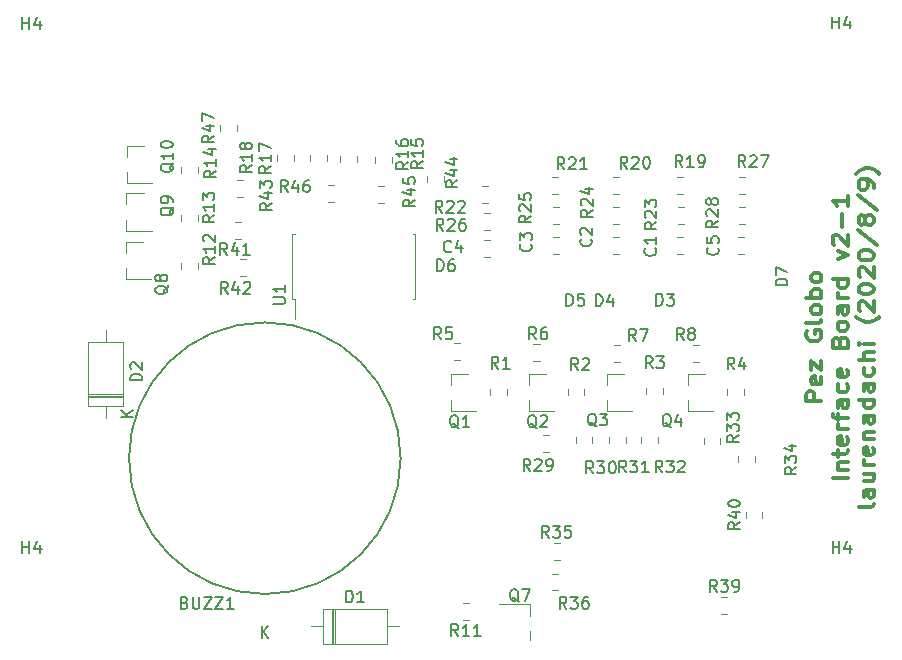
<source format=gbr>
G04 #@! TF.GenerationSoftware,KiCad,Pcbnew,(5.1.6-0-10_14)*
G04 #@! TF.CreationDate,2020-08-09T09:54:48-04:00*
G04 #@! TF.ProjectId,Pufferfish-Interface-2,50756666-6572-4666-9973-682d496e7465,rev?*
G04 #@! TF.SameCoordinates,Original*
G04 #@! TF.FileFunction,Legend,Top*
G04 #@! TF.FilePolarity,Positive*
%FSLAX46Y46*%
G04 Gerber Fmt 4.6, Leading zero omitted, Abs format (unit mm)*
G04 Created by KiCad (PCBNEW (5.1.6-0-10_14)) date 2020-08-09 09:54:48*
%MOMM*%
%LPD*%
G01*
G04 APERTURE LIST*
%ADD10C,0.300000*%
%ADD11C,0.120000*%
%ADD12C,0.203200*%
%ADD13C,0.150000*%
G04 APERTURE END LIST*
D10*
X63134443Y-34552057D02*
X61864443Y-34552057D01*
X61864443Y-33980628D01*
X61924920Y-33837771D01*
X61985396Y-33766342D01*
X62106348Y-33694914D01*
X62287777Y-33694914D01*
X62408729Y-33766342D01*
X62469205Y-33837771D01*
X62529681Y-33980628D01*
X62529681Y-34552057D01*
X63073967Y-32480628D02*
X63134443Y-32623485D01*
X63134443Y-32909200D01*
X63073967Y-33052057D01*
X62953015Y-33123485D01*
X62469205Y-33123485D01*
X62348253Y-33052057D01*
X62287777Y-32909200D01*
X62287777Y-32623485D01*
X62348253Y-32480628D01*
X62469205Y-32409200D01*
X62590158Y-32409200D01*
X62711110Y-33123485D01*
X62287777Y-31909200D02*
X62287777Y-31123485D01*
X63134443Y-31909200D01*
X63134443Y-31123485D01*
X61924920Y-28623485D02*
X61864443Y-28766342D01*
X61864443Y-28980628D01*
X61924920Y-29194914D01*
X62045872Y-29337771D01*
X62166824Y-29409200D01*
X62408729Y-29480628D01*
X62590158Y-29480628D01*
X62832062Y-29409200D01*
X62953015Y-29337771D01*
X63073967Y-29194914D01*
X63134443Y-28980628D01*
X63134443Y-28837771D01*
X63073967Y-28623485D01*
X63013491Y-28552057D01*
X62590158Y-28552057D01*
X62590158Y-28837771D01*
X63134443Y-27694914D02*
X63073967Y-27837771D01*
X62953015Y-27909200D01*
X61864443Y-27909200D01*
X63134443Y-26909200D02*
X63073967Y-27052057D01*
X63013491Y-27123485D01*
X62892539Y-27194914D01*
X62529681Y-27194914D01*
X62408729Y-27123485D01*
X62348253Y-27052057D01*
X62287777Y-26909200D01*
X62287777Y-26694914D01*
X62348253Y-26552057D01*
X62408729Y-26480628D01*
X62529681Y-26409200D01*
X62892539Y-26409200D01*
X63013491Y-26480628D01*
X63073967Y-26552057D01*
X63134443Y-26694914D01*
X63134443Y-26909200D01*
X63134443Y-25766342D02*
X61864443Y-25766342D01*
X62348253Y-25766342D02*
X62287777Y-25623485D01*
X62287777Y-25337771D01*
X62348253Y-25194914D01*
X62408729Y-25123485D01*
X62529681Y-25052057D01*
X62892539Y-25052057D01*
X63013491Y-25123485D01*
X63073967Y-25194914D01*
X63134443Y-25337771D01*
X63134443Y-25623485D01*
X63073967Y-25766342D01*
X63134443Y-24194914D02*
X63073967Y-24337771D01*
X63013491Y-24409200D01*
X62892539Y-24480628D01*
X62529681Y-24480628D01*
X62408729Y-24409200D01*
X62348253Y-24337771D01*
X62287777Y-24194914D01*
X62287777Y-23980628D01*
X62348253Y-23837771D01*
X62408729Y-23766342D01*
X62529681Y-23694914D01*
X62892539Y-23694914D01*
X63013491Y-23766342D01*
X63073967Y-23837771D01*
X63134443Y-23980628D01*
X63134443Y-24194914D01*
X65339443Y-41087771D02*
X64069443Y-41087771D01*
X64492777Y-40373485D02*
X65339443Y-40373485D01*
X64613729Y-40373485D02*
X64553253Y-40302057D01*
X64492777Y-40159200D01*
X64492777Y-39944914D01*
X64553253Y-39802057D01*
X64674205Y-39730628D01*
X65339443Y-39730628D01*
X64492777Y-39230628D02*
X64492777Y-38659200D01*
X64069443Y-39016342D02*
X65158015Y-39016342D01*
X65278967Y-38944914D01*
X65339443Y-38802057D01*
X65339443Y-38659200D01*
X65278967Y-37587771D02*
X65339443Y-37730628D01*
X65339443Y-38016342D01*
X65278967Y-38159200D01*
X65158015Y-38230628D01*
X64674205Y-38230628D01*
X64553253Y-38159200D01*
X64492777Y-38016342D01*
X64492777Y-37730628D01*
X64553253Y-37587771D01*
X64674205Y-37516342D01*
X64795158Y-37516342D01*
X64916110Y-38230628D01*
X65339443Y-36873485D02*
X64492777Y-36873485D01*
X64734681Y-36873485D02*
X64613729Y-36802057D01*
X64553253Y-36730628D01*
X64492777Y-36587771D01*
X64492777Y-36444914D01*
X64492777Y-36159200D02*
X64492777Y-35587771D01*
X65339443Y-35944914D02*
X64250872Y-35944914D01*
X64129920Y-35873485D01*
X64069443Y-35730628D01*
X64069443Y-35587771D01*
X65339443Y-34444914D02*
X64674205Y-34444914D01*
X64553253Y-34516342D01*
X64492777Y-34659200D01*
X64492777Y-34944914D01*
X64553253Y-35087771D01*
X65278967Y-34444914D02*
X65339443Y-34587771D01*
X65339443Y-34944914D01*
X65278967Y-35087771D01*
X65158015Y-35159200D01*
X65037062Y-35159200D01*
X64916110Y-35087771D01*
X64855634Y-34944914D01*
X64855634Y-34587771D01*
X64795158Y-34444914D01*
X65278967Y-33087771D02*
X65339443Y-33230628D01*
X65339443Y-33516342D01*
X65278967Y-33659200D01*
X65218491Y-33730628D01*
X65097539Y-33802057D01*
X64734681Y-33802057D01*
X64613729Y-33730628D01*
X64553253Y-33659200D01*
X64492777Y-33516342D01*
X64492777Y-33230628D01*
X64553253Y-33087771D01*
X65278967Y-31873485D02*
X65339443Y-32016342D01*
X65339443Y-32302057D01*
X65278967Y-32444914D01*
X65158015Y-32516342D01*
X64674205Y-32516342D01*
X64553253Y-32444914D01*
X64492777Y-32302057D01*
X64492777Y-32016342D01*
X64553253Y-31873485D01*
X64674205Y-31802057D01*
X64795158Y-31802057D01*
X64916110Y-32516342D01*
X64674205Y-29516342D02*
X64734681Y-29302057D01*
X64795158Y-29230628D01*
X64916110Y-29159200D01*
X65097539Y-29159200D01*
X65218491Y-29230628D01*
X65278967Y-29302057D01*
X65339443Y-29444914D01*
X65339443Y-30016342D01*
X64069443Y-30016342D01*
X64069443Y-29516342D01*
X64129920Y-29373485D01*
X64190396Y-29302057D01*
X64311348Y-29230628D01*
X64432300Y-29230628D01*
X64553253Y-29302057D01*
X64613729Y-29373485D01*
X64674205Y-29516342D01*
X64674205Y-30016342D01*
X65339443Y-28302057D02*
X65278967Y-28444914D01*
X65218491Y-28516342D01*
X65097539Y-28587771D01*
X64734681Y-28587771D01*
X64613729Y-28516342D01*
X64553253Y-28444914D01*
X64492777Y-28302057D01*
X64492777Y-28087771D01*
X64553253Y-27944914D01*
X64613729Y-27873485D01*
X64734681Y-27802057D01*
X65097539Y-27802057D01*
X65218491Y-27873485D01*
X65278967Y-27944914D01*
X65339443Y-28087771D01*
X65339443Y-28302057D01*
X65339443Y-26516342D02*
X64674205Y-26516342D01*
X64553253Y-26587771D01*
X64492777Y-26730628D01*
X64492777Y-27016342D01*
X64553253Y-27159200D01*
X65278967Y-26516342D02*
X65339443Y-26659200D01*
X65339443Y-27016342D01*
X65278967Y-27159200D01*
X65158015Y-27230628D01*
X65037062Y-27230628D01*
X64916110Y-27159200D01*
X64855634Y-27016342D01*
X64855634Y-26659200D01*
X64795158Y-26516342D01*
X65339443Y-25802057D02*
X64492777Y-25802057D01*
X64734681Y-25802057D02*
X64613729Y-25730628D01*
X64553253Y-25659200D01*
X64492777Y-25516342D01*
X64492777Y-25373485D01*
X65339443Y-24230628D02*
X64069443Y-24230628D01*
X65278967Y-24230628D02*
X65339443Y-24373485D01*
X65339443Y-24659200D01*
X65278967Y-24802057D01*
X65218491Y-24873485D01*
X65097539Y-24944914D01*
X64734681Y-24944914D01*
X64613729Y-24873485D01*
X64553253Y-24802057D01*
X64492777Y-24659200D01*
X64492777Y-24373485D01*
X64553253Y-24230628D01*
X64492777Y-22516342D02*
X65339443Y-22159200D01*
X64492777Y-21802057D01*
X64190396Y-21302057D02*
X64129920Y-21230628D01*
X64069443Y-21087771D01*
X64069443Y-20730628D01*
X64129920Y-20587771D01*
X64190396Y-20516342D01*
X64311348Y-20444914D01*
X64432300Y-20444914D01*
X64613729Y-20516342D01*
X65339443Y-21373485D01*
X65339443Y-20444914D01*
X64855634Y-19802057D02*
X64855634Y-18659200D01*
X65339443Y-17159200D02*
X65339443Y-18016342D01*
X65339443Y-17587771D02*
X64069443Y-17587771D01*
X64250872Y-17730628D01*
X64371824Y-17873485D01*
X64432300Y-18016342D01*
X67544443Y-43266342D02*
X67483967Y-43409200D01*
X67363015Y-43480628D01*
X66274443Y-43480628D01*
X67544443Y-42052057D02*
X66879205Y-42052057D01*
X66758253Y-42123485D01*
X66697777Y-42266342D01*
X66697777Y-42552057D01*
X66758253Y-42694914D01*
X67483967Y-42052057D02*
X67544443Y-42194914D01*
X67544443Y-42552057D01*
X67483967Y-42694914D01*
X67363015Y-42766342D01*
X67242062Y-42766342D01*
X67121110Y-42694914D01*
X67060634Y-42552057D01*
X67060634Y-42194914D01*
X67000158Y-42052057D01*
X66697777Y-40694914D02*
X67544443Y-40694914D01*
X66697777Y-41337771D02*
X67363015Y-41337771D01*
X67483967Y-41266342D01*
X67544443Y-41123485D01*
X67544443Y-40909200D01*
X67483967Y-40766342D01*
X67423491Y-40694914D01*
X67544443Y-39980628D02*
X66697777Y-39980628D01*
X66939681Y-39980628D02*
X66818729Y-39909200D01*
X66758253Y-39837771D01*
X66697777Y-39694914D01*
X66697777Y-39552057D01*
X67483967Y-38480628D02*
X67544443Y-38623485D01*
X67544443Y-38909200D01*
X67483967Y-39052057D01*
X67363015Y-39123485D01*
X66879205Y-39123485D01*
X66758253Y-39052057D01*
X66697777Y-38909200D01*
X66697777Y-38623485D01*
X66758253Y-38480628D01*
X66879205Y-38409200D01*
X67000158Y-38409200D01*
X67121110Y-39123485D01*
X66697777Y-37766342D02*
X67544443Y-37766342D01*
X66818729Y-37766342D02*
X66758253Y-37694914D01*
X66697777Y-37552057D01*
X66697777Y-37337771D01*
X66758253Y-37194914D01*
X66879205Y-37123485D01*
X67544443Y-37123485D01*
X67544443Y-35766342D02*
X66879205Y-35766342D01*
X66758253Y-35837771D01*
X66697777Y-35980628D01*
X66697777Y-36266342D01*
X66758253Y-36409200D01*
X67483967Y-35766342D02*
X67544443Y-35909200D01*
X67544443Y-36266342D01*
X67483967Y-36409200D01*
X67363015Y-36480628D01*
X67242062Y-36480628D01*
X67121110Y-36409200D01*
X67060634Y-36266342D01*
X67060634Y-35909200D01*
X67000158Y-35766342D01*
X67544443Y-34409200D02*
X66274443Y-34409200D01*
X67483967Y-34409200D02*
X67544443Y-34552057D01*
X67544443Y-34837771D01*
X67483967Y-34980628D01*
X67423491Y-35052057D01*
X67302539Y-35123485D01*
X66939681Y-35123485D01*
X66818729Y-35052057D01*
X66758253Y-34980628D01*
X66697777Y-34837771D01*
X66697777Y-34552057D01*
X66758253Y-34409200D01*
X67544443Y-33052057D02*
X66879205Y-33052057D01*
X66758253Y-33123485D01*
X66697777Y-33266342D01*
X66697777Y-33552057D01*
X66758253Y-33694914D01*
X67483967Y-33052057D02*
X67544443Y-33194914D01*
X67544443Y-33552057D01*
X67483967Y-33694914D01*
X67363015Y-33766342D01*
X67242062Y-33766342D01*
X67121110Y-33694914D01*
X67060634Y-33552057D01*
X67060634Y-33194914D01*
X67000158Y-33052057D01*
X67483967Y-31694914D02*
X67544443Y-31837771D01*
X67544443Y-32123485D01*
X67483967Y-32266342D01*
X67423491Y-32337771D01*
X67302539Y-32409200D01*
X66939681Y-32409200D01*
X66818729Y-32337771D01*
X66758253Y-32266342D01*
X66697777Y-32123485D01*
X66697777Y-31837771D01*
X66758253Y-31694914D01*
X67544443Y-31052057D02*
X66274443Y-31052057D01*
X67544443Y-30409200D02*
X66879205Y-30409200D01*
X66758253Y-30480628D01*
X66697777Y-30623485D01*
X66697777Y-30837771D01*
X66758253Y-30980628D01*
X66818729Y-31052057D01*
X67544443Y-29694914D02*
X66697777Y-29694914D01*
X66274443Y-29694914D02*
X66334920Y-29766342D01*
X66395396Y-29694914D01*
X66334920Y-29623485D01*
X66274443Y-29694914D01*
X66395396Y-29694914D01*
X68028253Y-27409200D02*
X67967777Y-27480628D01*
X67786348Y-27623485D01*
X67665396Y-27694914D01*
X67483967Y-27766342D01*
X67181586Y-27837771D01*
X66939681Y-27837771D01*
X66637300Y-27766342D01*
X66455872Y-27694914D01*
X66334920Y-27623485D01*
X66153491Y-27480628D01*
X66093015Y-27409200D01*
X66395396Y-26909200D02*
X66334920Y-26837771D01*
X66274443Y-26694914D01*
X66274443Y-26337771D01*
X66334920Y-26194914D01*
X66395396Y-26123485D01*
X66516348Y-26052057D01*
X66637300Y-26052057D01*
X66818729Y-26123485D01*
X67544443Y-26980628D01*
X67544443Y-26052057D01*
X66274443Y-25123485D02*
X66274443Y-24980628D01*
X66334920Y-24837771D01*
X66395396Y-24766342D01*
X66516348Y-24694914D01*
X66758253Y-24623485D01*
X67060634Y-24623485D01*
X67302539Y-24694914D01*
X67423491Y-24766342D01*
X67483967Y-24837771D01*
X67544443Y-24980628D01*
X67544443Y-25123485D01*
X67483967Y-25266342D01*
X67423491Y-25337771D01*
X67302539Y-25409200D01*
X67060634Y-25480628D01*
X66758253Y-25480628D01*
X66516348Y-25409200D01*
X66395396Y-25337771D01*
X66334920Y-25266342D01*
X66274443Y-25123485D01*
X66395396Y-24052057D02*
X66334920Y-23980628D01*
X66274443Y-23837771D01*
X66274443Y-23480628D01*
X66334920Y-23337771D01*
X66395396Y-23266342D01*
X66516348Y-23194914D01*
X66637300Y-23194914D01*
X66818729Y-23266342D01*
X67544443Y-24123485D01*
X67544443Y-23194914D01*
X66274443Y-22266342D02*
X66274443Y-22123485D01*
X66334920Y-21980628D01*
X66395396Y-21909200D01*
X66516348Y-21837771D01*
X66758253Y-21766342D01*
X67060634Y-21766342D01*
X67302539Y-21837771D01*
X67423491Y-21909200D01*
X67483967Y-21980628D01*
X67544443Y-22123485D01*
X67544443Y-22266342D01*
X67483967Y-22409200D01*
X67423491Y-22480628D01*
X67302539Y-22552057D01*
X67060634Y-22623485D01*
X66758253Y-22623485D01*
X66516348Y-22552057D01*
X66395396Y-22480628D01*
X66334920Y-22409200D01*
X66274443Y-22266342D01*
X66213967Y-20052057D02*
X67846824Y-21337771D01*
X66818729Y-19337771D02*
X66758253Y-19480628D01*
X66697777Y-19552057D01*
X66576824Y-19623485D01*
X66516348Y-19623485D01*
X66395396Y-19552057D01*
X66334920Y-19480628D01*
X66274443Y-19337771D01*
X66274443Y-19052057D01*
X66334920Y-18909200D01*
X66395396Y-18837771D01*
X66516348Y-18766342D01*
X66576824Y-18766342D01*
X66697777Y-18837771D01*
X66758253Y-18909200D01*
X66818729Y-19052057D01*
X66818729Y-19337771D01*
X66879205Y-19480628D01*
X66939681Y-19552057D01*
X67060634Y-19623485D01*
X67302539Y-19623485D01*
X67423491Y-19552057D01*
X67483967Y-19480628D01*
X67544443Y-19337771D01*
X67544443Y-19052057D01*
X67483967Y-18909200D01*
X67423491Y-18837771D01*
X67302539Y-18766342D01*
X67060634Y-18766342D01*
X66939681Y-18837771D01*
X66879205Y-18909200D01*
X66818729Y-19052057D01*
X66213967Y-17052057D02*
X67846824Y-18337771D01*
X67544443Y-16480628D02*
X67544443Y-16194914D01*
X67483967Y-16052057D01*
X67423491Y-15980628D01*
X67242062Y-15837771D01*
X67000158Y-15766342D01*
X66516348Y-15766342D01*
X66395396Y-15837771D01*
X66334920Y-15909200D01*
X66274443Y-16052057D01*
X66274443Y-16337771D01*
X66334920Y-16480628D01*
X66395396Y-16552057D01*
X66516348Y-16623485D01*
X66818729Y-16623485D01*
X66939681Y-16552057D01*
X67000158Y-16480628D01*
X67060634Y-16337771D01*
X67060634Y-16052057D01*
X67000158Y-15909200D01*
X66939681Y-15837771D01*
X66818729Y-15766342D01*
X68028253Y-15266342D02*
X67967777Y-15194914D01*
X67786348Y-15052057D01*
X67665396Y-14980628D01*
X67483967Y-14909200D01*
X67181586Y-14837771D01*
X66939681Y-14837771D01*
X66637300Y-14909200D01*
X66455872Y-14980628D01*
X66334920Y-15052057D01*
X66153491Y-15194914D01*
X66093015Y-15266342D01*
D11*
X38442000Y-53990000D02*
X38442000Y-54790000D01*
X35842000Y-51740000D02*
X38442000Y-51740000D01*
X38442000Y-51740000D02*
X38442000Y-52690000D01*
X28735480Y-23149560D02*
X28735480Y-20389560D01*
X28735480Y-20389560D02*
X28530480Y-20389560D01*
X28735480Y-23149560D02*
X28735480Y-25909560D01*
X28735480Y-25909560D02*
X28530480Y-25909560D01*
X18315480Y-23149560D02*
X18315480Y-20389560D01*
X18315480Y-20389560D02*
X18520480Y-20389560D01*
X18315480Y-23149560D02*
X18315480Y-25909560D01*
X18315480Y-25909560D02*
X18520480Y-25909560D01*
X18520480Y-25909560D02*
X18520480Y-27599560D01*
X56646578Y-19506000D02*
X56129422Y-19506000D01*
X56646578Y-18086000D02*
X56129422Y-18086000D01*
X56129422Y-16966000D02*
X56646578Y-16966000D01*
X56129422Y-15546000D02*
X56646578Y-15546000D01*
X35056578Y-20014000D02*
X34539422Y-20014000D01*
X35056578Y-18594000D02*
X34539422Y-18594000D01*
X40898578Y-19506000D02*
X40381422Y-19506000D01*
X40898578Y-18086000D02*
X40381422Y-18086000D01*
X45978578Y-18086000D02*
X45461422Y-18086000D01*
X45978578Y-19506000D02*
X45461422Y-19506000D01*
X51488078Y-19506000D02*
X50970922Y-19506000D01*
X51488078Y-18086000D02*
X50970922Y-18086000D01*
X34363922Y-17728000D02*
X34881078Y-17728000D01*
X34363922Y-16308000D02*
X34881078Y-16308000D01*
X40302922Y-16966000D02*
X40820078Y-16966000D01*
X40302922Y-15546000D02*
X40820078Y-15546000D01*
X45461422Y-15546000D02*
X45978578Y-15546000D01*
X45461422Y-16966000D02*
X45978578Y-16966000D01*
X50873922Y-15546000D02*
X51391078Y-15546000D01*
X50873922Y-16966000D02*
X51391078Y-16966000D01*
X17072540Y-13670782D02*
X17072540Y-14187938D01*
X18492540Y-13670782D02*
X18492540Y-14187938D01*
X21286540Y-13670782D02*
X21286540Y-14187938D01*
X19866540Y-13670782D02*
X19866540Y-14187938D01*
X22406540Y-13749282D02*
X22406540Y-14266438D01*
X23826540Y-13749282D02*
X23826540Y-14266438D01*
X26775480Y-13881842D02*
X26775480Y-14398998D01*
X25355480Y-13881842D02*
X25355480Y-14398998D01*
X10362000Y-15244578D02*
X10362000Y-14727422D01*
X8942000Y-15244578D02*
X8942000Y-14727422D01*
X8942000Y-19308578D02*
X8942000Y-18791422D01*
X10362000Y-19308578D02*
X10362000Y-18791422D01*
X10362000Y-23372578D02*
X10362000Y-22855422D01*
X8942000Y-23372578D02*
X8942000Y-22855422D01*
X33278578Y-53034000D02*
X32761422Y-53034000D01*
X33278578Y-51614000D02*
X32761422Y-51614000D01*
X52757598Y-29770000D02*
X52240442Y-29770000D01*
X52757598Y-31190000D02*
X52240442Y-31190000D01*
X46057078Y-31228100D02*
X45539922Y-31228100D01*
X46057078Y-29808100D02*
X45539922Y-29808100D01*
X39267898Y-29729360D02*
X38750742Y-29729360D01*
X39267898Y-31149360D02*
X38750742Y-31149360D01*
X32506658Y-31070620D02*
X31989502Y-31070620D01*
X32506658Y-29650620D02*
X31989502Y-29650620D01*
X55170000Y-34040578D02*
X55170000Y-33523422D01*
X56590000Y-34040578D02*
X56590000Y-33523422D01*
X49686280Y-33933898D02*
X49686280Y-33416742D01*
X48266280Y-33933898D02*
X48266280Y-33416742D01*
X41631800Y-34040578D02*
X41631800Y-33523422D01*
X43051800Y-34040578D02*
X43051800Y-33523422D01*
X36524000Y-34040578D02*
X36524000Y-33523422D01*
X35104000Y-34040578D02*
X35104000Y-33523422D01*
X4320000Y-12898000D02*
X5780000Y-12898000D01*
X4320000Y-16058000D02*
X6480000Y-16058000D01*
X4320000Y-16058000D02*
X4320000Y-15128000D01*
X4320000Y-12898000D02*
X4320000Y-13828000D01*
X4287740Y-16941720D02*
X5747740Y-16941720D01*
X4287740Y-20101720D02*
X6447740Y-20101720D01*
X4287740Y-20101720D02*
X4287740Y-19171720D01*
X4287740Y-16941720D02*
X4287740Y-17871720D01*
X4210780Y-21036160D02*
X4210780Y-21966160D01*
X4210780Y-24196160D02*
X4210780Y-23266160D01*
X4210780Y-24196160D02*
X6370780Y-24196160D01*
X4210780Y-21036160D02*
X5670780Y-21036160D01*
X51818000Y-32202000D02*
X53278000Y-32202000D01*
X51818000Y-35362000D02*
X53978000Y-35362000D01*
X51818000Y-35362000D02*
X51818000Y-34432000D01*
X51818000Y-32202000D02*
X51818000Y-33132000D01*
X44960000Y-32202000D02*
X44960000Y-33132000D01*
X44960000Y-35362000D02*
X44960000Y-34432000D01*
X44960000Y-35362000D02*
X47120000Y-35362000D01*
X44960000Y-32202000D02*
X46420000Y-32202000D01*
X38356000Y-32202000D02*
X39816000Y-32202000D01*
X38356000Y-35362000D02*
X40516000Y-35362000D01*
X38356000Y-35362000D02*
X38356000Y-34432000D01*
X38356000Y-32202000D02*
X38356000Y-33132000D01*
X31752000Y-32202000D02*
X31752000Y-33132000D01*
X31752000Y-35362000D02*
X31752000Y-34432000D01*
X31752000Y-35362000D02*
X33912000Y-35362000D01*
X31752000Y-32202000D02*
X33212000Y-32202000D01*
X1070000Y-34198000D02*
X4010000Y-34198000D01*
X1070000Y-33958000D02*
X4010000Y-33958000D01*
X1070000Y-34078000D02*
X4010000Y-34078000D01*
X2540000Y-28518000D02*
X2540000Y-29538000D01*
X2540000Y-35998000D02*
X2540000Y-34978000D01*
X1070000Y-29538000D02*
X1070000Y-34978000D01*
X4010000Y-29538000D02*
X1070000Y-29538000D01*
X4010000Y-34978000D02*
X4010000Y-29538000D01*
X1070000Y-34978000D02*
X4010000Y-34978000D01*
X20902000Y-52124000D02*
X20902000Y-55064000D01*
X20902000Y-55064000D02*
X26342000Y-55064000D01*
X26342000Y-55064000D02*
X26342000Y-52124000D01*
X26342000Y-52124000D02*
X20902000Y-52124000D01*
X19882000Y-53594000D02*
X20902000Y-53594000D01*
X27362000Y-53594000D02*
X26342000Y-53594000D01*
X21802000Y-52124000D02*
X21802000Y-55064000D01*
X21922000Y-52124000D02*
X21922000Y-55064000D01*
X21682000Y-52124000D02*
X21682000Y-55064000D01*
X56050922Y-20626000D02*
X56568078Y-20626000D01*
X56050922Y-22046000D02*
X56568078Y-22046000D01*
X34539422Y-20880000D02*
X35056578Y-20880000D01*
X34539422Y-22300000D02*
X35056578Y-22300000D01*
X40381422Y-20626000D02*
X40898578Y-20626000D01*
X40381422Y-22046000D02*
X40898578Y-22046000D01*
X45461422Y-22046000D02*
X45978578Y-22046000D01*
X45461422Y-20626000D02*
X45978578Y-20626000D01*
X50873922Y-22046000D02*
X51391078Y-22046000D01*
X50873922Y-20626000D02*
X51391078Y-20626000D01*
X39540682Y-38850640D02*
X40057838Y-38850640D01*
X39540682Y-37430640D02*
X40057838Y-37430640D01*
X42322680Y-37605202D02*
X42322680Y-38122358D01*
X43742680Y-37605202D02*
X43742680Y-38122358D01*
X45147160Y-37605202D02*
X45147160Y-38122358D01*
X46567160Y-37605202D02*
X46567160Y-38122358D01*
X47842100Y-37605202D02*
X47842100Y-38122358D01*
X49262100Y-37605202D02*
X49262100Y-38122358D01*
X53148160Y-37691562D02*
X53148160Y-38208718D01*
X54568160Y-37691562D02*
X54568160Y-38208718D01*
X56104720Y-39156902D02*
X56104720Y-39674058D01*
X57524720Y-39156902D02*
X57524720Y-39674058D01*
X40445162Y-47992100D02*
X40962318Y-47992100D01*
X40445162Y-46572100D02*
X40962318Y-46572100D01*
X40863018Y-49140040D02*
X40345862Y-49140040D01*
X40863018Y-50560040D02*
X40345862Y-50560040D01*
X54646062Y-52584420D02*
X55163218Y-52584420D01*
X54646062Y-51164420D02*
X55163218Y-51164420D01*
X58131780Y-44426638D02*
X58131780Y-43909482D01*
X56711780Y-44426638D02*
X56711780Y-43909482D01*
X13984738Y-19366160D02*
X13467582Y-19366160D01*
X13984738Y-20786160D02*
X13467582Y-20786160D01*
X14378438Y-22485280D02*
X13861282Y-22485280D01*
X14378438Y-23905280D02*
X13861282Y-23905280D01*
X14177778Y-15845720D02*
X13660622Y-15845720D01*
X14177778Y-17265720D02*
X13660622Y-17265720D01*
X31146820Y-15956018D02*
X31146820Y-15438862D01*
X29726820Y-15956018D02*
X29726820Y-15438862D01*
X26072598Y-16341020D02*
X25555442Y-16341020D01*
X26072598Y-17761020D02*
X25555442Y-17761020D01*
X21866358Y-16249580D02*
X21349202Y-16249580D01*
X21866358Y-17669580D02*
X21349202Y-17669580D01*
X13610660Y-11683738D02*
X13610660Y-11166582D01*
X12190660Y-11683738D02*
X12190660Y-11166582D01*
D12*
X27502000Y-39370000D02*
G75*
G03*
X27502000Y-39370000I-11500000J0D01*
G01*
D13*
X-4523644Y-3028320D02*
X-4523644Y-2028320D01*
X-4523644Y-2504511D02*
X-3952216Y-2504511D01*
X-3952216Y-3028320D02*
X-3952216Y-2028320D01*
X-3047454Y-2361654D02*
X-3047454Y-3028320D01*
X-3285549Y-1980701D02*
X-3523644Y-2694987D01*
X-2904597Y-2694987D01*
X-4521104Y-47422440D02*
X-4521104Y-46422440D01*
X-4521104Y-46898631D02*
X-3949676Y-46898631D01*
X-3949676Y-47422440D02*
X-3949676Y-46422440D01*
X-3044914Y-46755774D02*
X-3044914Y-47422440D01*
X-3283009Y-46374821D02*
X-3521104Y-47089107D01*
X-2902057Y-47089107D01*
X64066515Y-47412280D02*
X64066515Y-46412280D01*
X64066515Y-46888471D02*
X64637943Y-46888471D01*
X64637943Y-47412280D02*
X64637943Y-46412280D01*
X65542705Y-46745614D02*
X65542705Y-47412280D01*
X65304610Y-46364661D02*
X65066515Y-47078947D01*
X65685562Y-47078947D01*
X64046195Y-2987680D02*
X64046195Y-1987680D01*
X64046195Y-2463871D02*
X64617623Y-2463871D01*
X64617623Y-2987680D02*
X64617623Y-1987680D01*
X65522385Y-2321014D02*
X65522385Y-2987680D01*
X65284290Y-1940061D02*
X65046195Y-2654347D01*
X65665242Y-2654347D01*
X37496761Y-51537619D02*
X37401523Y-51490000D01*
X37306285Y-51394761D01*
X37163428Y-51251904D01*
X37068190Y-51204285D01*
X36972952Y-51204285D01*
X37020571Y-51442380D02*
X36925333Y-51394761D01*
X36830095Y-51299523D01*
X36782476Y-51109047D01*
X36782476Y-50775714D01*
X36830095Y-50585238D01*
X36925333Y-50490000D01*
X37020571Y-50442380D01*
X37211047Y-50442380D01*
X37306285Y-50490000D01*
X37401523Y-50585238D01*
X37449142Y-50775714D01*
X37449142Y-51109047D01*
X37401523Y-51299523D01*
X37306285Y-51394761D01*
X37211047Y-51442380D01*
X37020571Y-51442380D01*
X37782476Y-50442380D02*
X38449142Y-50442380D01*
X38020571Y-51442380D01*
X16721840Y-26288904D02*
X17531364Y-26288904D01*
X17626602Y-26241285D01*
X17674221Y-26193666D01*
X17721840Y-26098428D01*
X17721840Y-25907952D01*
X17674221Y-25812714D01*
X17626602Y-25765095D01*
X17531364Y-25717476D01*
X16721840Y-25717476D01*
X17721840Y-24717476D02*
X17721840Y-25288904D01*
X17721840Y-25003190D02*
X16721840Y-25003190D01*
X16864698Y-25098428D01*
X16959936Y-25193666D01*
X17007555Y-25288904D01*
X54379120Y-19250897D02*
X53902930Y-19584230D01*
X54379120Y-19822325D02*
X53379120Y-19822325D01*
X53379120Y-19441373D01*
X53426740Y-19346135D01*
X53474359Y-19298516D01*
X53569597Y-19250897D01*
X53712454Y-19250897D01*
X53807692Y-19298516D01*
X53855311Y-19346135D01*
X53902930Y-19441373D01*
X53902930Y-19822325D01*
X53474359Y-18869944D02*
X53426740Y-18822325D01*
X53379120Y-18727087D01*
X53379120Y-18488992D01*
X53426740Y-18393754D01*
X53474359Y-18346135D01*
X53569597Y-18298516D01*
X53664835Y-18298516D01*
X53807692Y-18346135D01*
X54379120Y-18917563D01*
X54379120Y-18298516D01*
X53807692Y-17727087D02*
X53760073Y-17822325D01*
X53712454Y-17869944D01*
X53617216Y-17917563D01*
X53569597Y-17917563D01*
X53474359Y-17869944D01*
X53426740Y-17822325D01*
X53379120Y-17727087D01*
X53379120Y-17536611D01*
X53426740Y-17441373D01*
X53474359Y-17393754D01*
X53569597Y-17346135D01*
X53617216Y-17346135D01*
X53712454Y-17393754D01*
X53760073Y-17441373D01*
X53807692Y-17536611D01*
X53807692Y-17727087D01*
X53855311Y-17822325D01*
X53902930Y-17869944D01*
X53998168Y-17917563D01*
X54188644Y-17917563D01*
X54283882Y-17869944D01*
X54331501Y-17822325D01*
X54379120Y-17727087D01*
X54379120Y-17536611D01*
X54331501Y-17441373D01*
X54283882Y-17393754D01*
X54188644Y-17346135D01*
X53998168Y-17346135D01*
X53902930Y-17393754D01*
X53855311Y-17441373D01*
X53807692Y-17536611D01*
X56697642Y-14724640D02*
X56364309Y-14248450D01*
X56126214Y-14724640D02*
X56126214Y-13724640D01*
X56507166Y-13724640D01*
X56602404Y-13772260D01*
X56650023Y-13819879D01*
X56697642Y-13915117D01*
X56697642Y-14057974D01*
X56650023Y-14153212D01*
X56602404Y-14200831D01*
X56507166Y-14248450D01*
X56126214Y-14248450D01*
X57078595Y-13819879D02*
X57126214Y-13772260D01*
X57221452Y-13724640D01*
X57459547Y-13724640D01*
X57554785Y-13772260D01*
X57602404Y-13819879D01*
X57650023Y-13915117D01*
X57650023Y-14010355D01*
X57602404Y-14153212D01*
X57030976Y-14724640D01*
X57650023Y-14724640D01*
X57983357Y-13724640D02*
X58650023Y-13724640D01*
X58221452Y-14724640D01*
X31122382Y-20106900D02*
X30789049Y-19630710D01*
X30550954Y-20106900D02*
X30550954Y-19106900D01*
X30931906Y-19106900D01*
X31027144Y-19154520D01*
X31074763Y-19202139D01*
X31122382Y-19297377D01*
X31122382Y-19440234D01*
X31074763Y-19535472D01*
X31027144Y-19583091D01*
X30931906Y-19630710D01*
X30550954Y-19630710D01*
X31503335Y-19202139D02*
X31550954Y-19154520D01*
X31646192Y-19106900D01*
X31884287Y-19106900D01*
X31979525Y-19154520D01*
X32027144Y-19202139D01*
X32074763Y-19297377D01*
X32074763Y-19392615D01*
X32027144Y-19535472D01*
X31455716Y-20106900D01*
X32074763Y-20106900D01*
X32931906Y-19106900D02*
X32741430Y-19106900D01*
X32646192Y-19154520D01*
X32598573Y-19202139D01*
X32503335Y-19344996D01*
X32455716Y-19535472D01*
X32455716Y-19916424D01*
X32503335Y-20011662D01*
X32550954Y-20059281D01*
X32646192Y-20106900D01*
X32836668Y-20106900D01*
X32931906Y-20059281D01*
X32979525Y-20011662D01*
X33027144Y-19916424D01*
X33027144Y-19678329D01*
X32979525Y-19583091D01*
X32931906Y-19535472D01*
X32836668Y-19487853D01*
X32646192Y-19487853D01*
X32550954Y-19535472D01*
X32503335Y-19583091D01*
X32455716Y-19678329D01*
X38539680Y-18839417D02*
X38063490Y-19172750D01*
X38539680Y-19410845D02*
X37539680Y-19410845D01*
X37539680Y-19029893D01*
X37587300Y-18934655D01*
X37634919Y-18887036D01*
X37730157Y-18839417D01*
X37873014Y-18839417D01*
X37968252Y-18887036D01*
X38015871Y-18934655D01*
X38063490Y-19029893D01*
X38063490Y-19410845D01*
X37634919Y-18458464D02*
X37587300Y-18410845D01*
X37539680Y-18315607D01*
X37539680Y-18077512D01*
X37587300Y-17982274D01*
X37634919Y-17934655D01*
X37730157Y-17887036D01*
X37825395Y-17887036D01*
X37968252Y-17934655D01*
X38539680Y-18506083D01*
X38539680Y-17887036D01*
X37539680Y-16982274D02*
X37539680Y-17458464D01*
X38015871Y-17506083D01*
X37968252Y-17458464D01*
X37920633Y-17363226D01*
X37920633Y-17125131D01*
X37968252Y-17029893D01*
X38015871Y-16982274D01*
X38111109Y-16934655D01*
X38349204Y-16934655D01*
X38444442Y-16982274D01*
X38492061Y-17029893D01*
X38539680Y-17125131D01*
X38539680Y-17363226D01*
X38492061Y-17458464D01*
X38444442Y-17506083D01*
X43751760Y-18349197D02*
X43275570Y-18682530D01*
X43751760Y-18920625D02*
X42751760Y-18920625D01*
X42751760Y-18539673D01*
X42799380Y-18444435D01*
X42846999Y-18396816D01*
X42942237Y-18349197D01*
X43085094Y-18349197D01*
X43180332Y-18396816D01*
X43227951Y-18444435D01*
X43275570Y-18539673D01*
X43275570Y-18920625D01*
X42846999Y-17968244D02*
X42799380Y-17920625D01*
X42751760Y-17825387D01*
X42751760Y-17587292D01*
X42799380Y-17492054D01*
X42846999Y-17444435D01*
X42942237Y-17396816D01*
X43037475Y-17396816D01*
X43180332Y-17444435D01*
X43751760Y-18015863D01*
X43751760Y-17396816D01*
X43085094Y-16539673D02*
X43751760Y-16539673D01*
X42704141Y-16777768D02*
X43418427Y-17015863D01*
X43418427Y-16396816D01*
X49164500Y-19380437D02*
X48688310Y-19713770D01*
X49164500Y-19951865D02*
X48164500Y-19951865D01*
X48164500Y-19570913D01*
X48212120Y-19475675D01*
X48259739Y-19428056D01*
X48354977Y-19380437D01*
X48497834Y-19380437D01*
X48593072Y-19428056D01*
X48640691Y-19475675D01*
X48688310Y-19570913D01*
X48688310Y-19951865D01*
X48259739Y-18999484D02*
X48212120Y-18951865D01*
X48164500Y-18856627D01*
X48164500Y-18618532D01*
X48212120Y-18523294D01*
X48259739Y-18475675D01*
X48354977Y-18428056D01*
X48450215Y-18428056D01*
X48593072Y-18475675D01*
X49164500Y-19047103D01*
X49164500Y-18428056D01*
X48164500Y-18094722D02*
X48164500Y-17475675D01*
X48545453Y-17809008D01*
X48545453Y-17666151D01*
X48593072Y-17570913D01*
X48640691Y-17523294D01*
X48735929Y-17475675D01*
X48974024Y-17475675D01*
X49069262Y-17523294D01*
X49116881Y-17570913D01*
X49164500Y-17666151D01*
X49164500Y-17951865D01*
X49116881Y-18047103D01*
X49069262Y-18094722D01*
X31030942Y-18580360D02*
X30697609Y-18104170D01*
X30459514Y-18580360D02*
X30459514Y-17580360D01*
X30840466Y-17580360D01*
X30935704Y-17627980D01*
X30983323Y-17675599D01*
X31030942Y-17770837D01*
X31030942Y-17913694D01*
X30983323Y-18008932D01*
X30935704Y-18056551D01*
X30840466Y-18104170D01*
X30459514Y-18104170D01*
X31411895Y-17675599D02*
X31459514Y-17627980D01*
X31554752Y-17580360D01*
X31792847Y-17580360D01*
X31888085Y-17627980D01*
X31935704Y-17675599D01*
X31983323Y-17770837D01*
X31983323Y-17866075D01*
X31935704Y-18008932D01*
X31364276Y-18580360D01*
X31983323Y-18580360D01*
X32364276Y-17675599D02*
X32411895Y-17627980D01*
X32507133Y-17580360D01*
X32745228Y-17580360D01*
X32840466Y-17627980D01*
X32888085Y-17675599D01*
X32935704Y-17770837D01*
X32935704Y-17866075D01*
X32888085Y-18008932D01*
X32316657Y-18580360D01*
X32935704Y-18580360D01*
X41368742Y-14910060D02*
X41035409Y-14433870D01*
X40797314Y-14910060D02*
X40797314Y-13910060D01*
X41178266Y-13910060D01*
X41273504Y-13957680D01*
X41321123Y-14005299D01*
X41368742Y-14100537D01*
X41368742Y-14243394D01*
X41321123Y-14338632D01*
X41273504Y-14386251D01*
X41178266Y-14433870D01*
X40797314Y-14433870D01*
X41749695Y-14005299D02*
X41797314Y-13957680D01*
X41892552Y-13910060D01*
X42130647Y-13910060D01*
X42225885Y-13957680D01*
X42273504Y-14005299D01*
X42321123Y-14100537D01*
X42321123Y-14195775D01*
X42273504Y-14338632D01*
X41702076Y-14910060D01*
X42321123Y-14910060D01*
X43273504Y-14910060D02*
X42702076Y-14910060D01*
X42987790Y-14910060D02*
X42987790Y-13910060D01*
X42892552Y-14052918D01*
X42797314Y-14148156D01*
X42702076Y-14195775D01*
X46702742Y-14846560D02*
X46369409Y-14370370D01*
X46131314Y-14846560D02*
X46131314Y-13846560D01*
X46512266Y-13846560D01*
X46607504Y-13894180D01*
X46655123Y-13941799D01*
X46702742Y-14037037D01*
X46702742Y-14179894D01*
X46655123Y-14275132D01*
X46607504Y-14322751D01*
X46512266Y-14370370D01*
X46131314Y-14370370D01*
X47083695Y-13941799D02*
X47131314Y-13894180D01*
X47226552Y-13846560D01*
X47464647Y-13846560D01*
X47559885Y-13894180D01*
X47607504Y-13941799D01*
X47655123Y-14037037D01*
X47655123Y-14132275D01*
X47607504Y-14275132D01*
X47036076Y-14846560D01*
X47655123Y-14846560D01*
X48274171Y-13846560D02*
X48369409Y-13846560D01*
X48464647Y-13894180D01*
X48512266Y-13941799D01*
X48559885Y-14037037D01*
X48607504Y-14227513D01*
X48607504Y-14465608D01*
X48559885Y-14656084D01*
X48512266Y-14751322D01*
X48464647Y-14798941D01*
X48369409Y-14846560D01*
X48274171Y-14846560D01*
X48178933Y-14798941D01*
X48131314Y-14751322D01*
X48083695Y-14656084D01*
X48036076Y-14465608D01*
X48036076Y-14227513D01*
X48083695Y-14037037D01*
X48131314Y-13941799D01*
X48178933Y-13894180D01*
X48274171Y-13846560D01*
X51363642Y-14724640D02*
X51030309Y-14248450D01*
X50792214Y-14724640D02*
X50792214Y-13724640D01*
X51173166Y-13724640D01*
X51268404Y-13772260D01*
X51316023Y-13819879D01*
X51363642Y-13915117D01*
X51363642Y-14057974D01*
X51316023Y-14153212D01*
X51268404Y-14200831D01*
X51173166Y-14248450D01*
X50792214Y-14248450D01*
X52316023Y-14724640D02*
X51744595Y-14724640D01*
X52030309Y-14724640D02*
X52030309Y-13724640D01*
X51935071Y-13867498D01*
X51839833Y-13962736D01*
X51744595Y-14010355D01*
X52792214Y-14724640D02*
X52982690Y-14724640D01*
X53077928Y-14677021D01*
X53125547Y-14629402D01*
X53220785Y-14486545D01*
X53268404Y-14296069D01*
X53268404Y-13915117D01*
X53220785Y-13819879D01*
X53173166Y-13772260D01*
X53077928Y-13724640D01*
X52887452Y-13724640D01*
X52792214Y-13772260D01*
X52744595Y-13819879D01*
X52696976Y-13915117D01*
X52696976Y-14153212D01*
X52744595Y-14248450D01*
X52792214Y-14296069D01*
X52887452Y-14343688D01*
X53077928Y-14343688D01*
X53173166Y-14296069D01*
X53220785Y-14248450D01*
X53268404Y-14153212D01*
X14917680Y-14559517D02*
X14441490Y-14892850D01*
X14917680Y-15130945D02*
X13917680Y-15130945D01*
X13917680Y-14749993D01*
X13965300Y-14654755D01*
X14012919Y-14607136D01*
X14108157Y-14559517D01*
X14251014Y-14559517D01*
X14346252Y-14607136D01*
X14393871Y-14654755D01*
X14441490Y-14749993D01*
X14441490Y-15130945D01*
X14917680Y-13607136D02*
X14917680Y-14178564D01*
X14917680Y-13892850D02*
X13917680Y-13892850D01*
X14060538Y-13988088D01*
X14155776Y-14083326D01*
X14203395Y-14178564D01*
X14346252Y-13035707D02*
X14298633Y-13130945D01*
X14251014Y-13178564D01*
X14155776Y-13226183D01*
X14108157Y-13226183D01*
X14012919Y-13178564D01*
X13965300Y-13130945D01*
X13917680Y-13035707D01*
X13917680Y-12845231D01*
X13965300Y-12749993D01*
X14012919Y-12702374D01*
X14108157Y-12654755D01*
X14155776Y-12654755D01*
X14251014Y-12702374D01*
X14298633Y-12749993D01*
X14346252Y-12845231D01*
X14346252Y-13035707D01*
X14393871Y-13130945D01*
X14441490Y-13178564D01*
X14536728Y-13226183D01*
X14727204Y-13226183D01*
X14822442Y-13178564D01*
X14870061Y-13130945D01*
X14917680Y-13035707D01*
X14917680Y-12845231D01*
X14870061Y-12749993D01*
X14822442Y-12702374D01*
X14727204Y-12654755D01*
X14536728Y-12654755D01*
X14441490Y-12702374D01*
X14393871Y-12749993D01*
X14346252Y-12845231D01*
X16522960Y-14625557D02*
X16046770Y-14958890D01*
X16522960Y-15196985D02*
X15522960Y-15196985D01*
X15522960Y-14816033D01*
X15570580Y-14720795D01*
X15618199Y-14673176D01*
X15713437Y-14625557D01*
X15856294Y-14625557D01*
X15951532Y-14673176D01*
X15999151Y-14720795D01*
X16046770Y-14816033D01*
X16046770Y-15196985D01*
X16522960Y-13673176D02*
X16522960Y-14244604D01*
X16522960Y-13958890D02*
X15522960Y-13958890D01*
X15665818Y-14054128D01*
X15761056Y-14149366D01*
X15808675Y-14244604D01*
X15522960Y-13339842D02*
X15522960Y-12673176D01*
X16522960Y-13101747D01*
X28143460Y-14280117D02*
X27667270Y-14613450D01*
X28143460Y-14851545D02*
X27143460Y-14851545D01*
X27143460Y-14470593D01*
X27191080Y-14375355D01*
X27238699Y-14327736D01*
X27333937Y-14280117D01*
X27476794Y-14280117D01*
X27572032Y-14327736D01*
X27619651Y-14375355D01*
X27667270Y-14470593D01*
X27667270Y-14851545D01*
X28143460Y-13327736D02*
X28143460Y-13899164D01*
X28143460Y-13613450D02*
X27143460Y-13613450D01*
X27286318Y-13708688D01*
X27381556Y-13803926D01*
X27429175Y-13899164D01*
X27143460Y-12470593D02*
X27143460Y-12661069D01*
X27191080Y-12756307D01*
X27238699Y-12803926D01*
X27381556Y-12899164D01*
X27572032Y-12946783D01*
X27952984Y-12946783D01*
X28048222Y-12899164D01*
X28095841Y-12851545D01*
X28143460Y-12756307D01*
X28143460Y-12565831D01*
X28095841Y-12470593D01*
X28048222Y-12422974D01*
X27952984Y-12375355D01*
X27714889Y-12375355D01*
X27619651Y-12422974D01*
X27572032Y-12470593D01*
X27524413Y-12565831D01*
X27524413Y-12756307D01*
X27572032Y-12851545D01*
X27619651Y-12899164D01*
X27714889Y-12946783D01*
X29393140Y-14231857D02*
X28916950Y-14565190D01*
X29393140Y-14803285D02*
X28393140Y-14803285D01*
X28393140Y-14422333D01*
X28440760Y-14327095D01*
X28488379Y-14279476D01*
X28583617Y-14231857D01*
X28726474Y-14231857D01*
X28821712Y-14279476D01*
X28869331Y-14327095D01*
X28916950Y-14422333D01*
X28916950Y-14803285D01*
X29393140Y-13279476D02*
X29393140Y-13850904D01*
X29393140Y-13565190D02*
X28393140Y-13565190D01*
X28535998Y-13660428D01*
X28631236Y-13755666D01*
X28678855Y-13850904D01*
X28393140Y-12374714D02*
X28393140Y-12850904D01*
X28869331Y-12898523D01*
X28821712Y-12850904D01*
X28774093Y-12755666D01*
X28774093Y-12517571D01*
X28821712Y-12422333D01*
X28869331Y-12374714D01*
X28964569Y-12327095D01*
X29202664Y-12327095D01*
X29297902Y-12374714D01*
X29345521Y-12422333D01*
X29393140Y-12517571D01*
X29393140Y-12755666D01*
X29345521Y-12850904D01*
X29297902Y-12898523D01*
X11854440Y-15021797D02*
X11378250Y-15355130D01*
X11854440Y-15593225D02*
X10854440Y-15593225D01*
X10854440Y-15212273D01*
X10902060Y-15117035D01*
X10949679Y-15069416D01*
X11044917Y-15021797D01*
X11187774Y-15021797D01*
X11283012Y-15069416D01*
X11330631Y-15117035D01*
X11378250Y-15212273D01*
X11378250Y-15593225D01*
X11854440Y-14069416D02*
X11854440Y-14640844D01*
X11854440Y-14355130D02*
X10854440Y-14355130D01*
X10997298Y-14450368D01*
X11092536Y-14545606D01*
X11140155Y-14640844D01*
X11187774Y-13212273D02*
X11854440Y-13212273D01*
X10806821Y-13450368D02*
X11521107Y-13688463D01*
X11521107Y-13069416D01*
X11740140Y-18798777D02*
X11263950Y-19132110D01*
X11740140Y-19370205D02*
X10740140Y-19370205D01*
X10740140Y-18989253D01*
X10787760Y-18894015D01*
X10835379Y-18846396D01*
X10930617Y-18798777D01*
X11073474Y-18798777D01*
X11168712Y-18846396D01*
X11216331Y-18894015D01*
X11263950Y-18989253D01*
X11263950Y-19370205D01*
X11740140Y-17846396D02*
X11740140Y-18417824D01*
X11740140Y-18132110D02*
X10740140Y-18132110D01*
X10882998Y-18227348D01*
X10978236Y-18322586D01*
X11025855Y-18417824D01*
X10740140Y-17513062D02*
X10740140Y-16894015D01*
X11121093Y-17227348D01*
X11121093Y-17084491D01*
X11168712Y-16989253D01*
X11216331Y-16941634D01*
X11311569Y-16894015D01*
X11549664Y-16894015D01*
X11644902Y-16941634D01*
X11692521Y-16989253D01*
X11740140Y-17084491D01*
X11740140Y-17370205D01*
X11692521Y-17465443D01*
X11644902Y-17513062D01*
X11778240Y-22347157D02*
X11302050Y-22680490D01*
X11778240Y-22918585D02*
X10778240Y-22918585D01*
X10778240Y-22537633D01*
X10825860Y-22442395D01*
X10873479Y-22394776D01*
X10968717Y-22347157D01*
X11111574Y-22347157D01*
X11206812Y-22394776D01*
X11254431Y-22442395D01*
X11302050Y-22537633D01*
X11302050Y-22918585D01*
X11778240Y-21394776D02*
X11778240Y-21966204D01*
X11778240Y-21680490D02*
X10778240Y-21680490D01*
X10921098Y-21775728D01*
X11016336Y-21870966D01*
X11063955Y-21966204D01*
X10873479Y-21013823D02*
X10825860Y-20966204D01*
X10778240Y-20870966D01*
X10778240Y-20632871D01*
X10825860Y-20537633D01*
X10873479Y-20490014D01*
X10968717Y-20442395D01*
X11063955Y-20442395D01*
X11206812Y-20490014D01*
X11778240Y-21061442D01*
X11778240Y-20442395D01*
X32377142Y-54426380D02*
X32043809Y-53950190D01*
X31805714Y-54426380D02*
X31805714Y-53426380D01*
X32186666Y-53426380D01*
X32281904Y-53474000D01*
X32329523Y-53521619D01*
X32377142Y-53616857D01*
X32377142Y-53759714D01*
X32329523Y-53854952D01*
X32281904Y-53902571D01*
X32186666Y-53950190D01*
X31805714Y-53950190D01*
X33329523Y-54426380D02*
X32758095Y-54426380D01*
X33043809Y-54426380D02*
X33043809Y-53426380D01*
X32948571Y-53569238D01*
X32853333Y-53664476D01*
X32758095Y-53712095D01*
X34281904Y-54426380D02*
X33710476Y-54426380D01*
X33996190Y-54426380D02*
X33996190Y-53426380D01*
X33900952Y-53569238D01*
X33805714Y-53664476D01*
X33710476Y-53712095D01*
X51471293Y-29355040D02*
X51137960Y-28878850D01*
X50899864Y-29355040D02*
X50899864Y-28355040D01*
X51280817Y-28355040D01*
X51376055Y-28402660D01*
X51423674Y-28450279D01*
X51471293Y-28545517D01*
X51471293Y-28688374D01*
X51423674Y-28783612D01*
X51376055Y-28831231D01*
X51280817Y-28878850D01*
X50899864Y-28878850D01*
X52042721Y-28783612D02*
X51947483Y-28735993D01*
X51899864Y-28688374D01*
X51852245Y-28593136D01*
X51852245Y-28545517D01*
X51899864Y-28450279D01*
X51947483Y-28402660D01*
X52042721Y-28355040D01*
X52233198Y-28355040D01*
X52328436Y-28402660D01*
X52376055Y-28450279D01*
X52423674Y-28545517D01*
X52423674Y-28593136D01*
X52376055Y-28688374D01*
X52328436Y-28735993D01*
X52233198Y-28783612D01*
X52042721Y-28783612D01*
X51947483Y-28831231D01*
X51899864Y-28878850D01*
X51852245Y-28974088D01*
X51852245Y-29164564D01*
X51899864Y-29259802D01*
X51947483Y-29307421D01*
X52042721Y-29355040D01*
X52233198Y-29355040D01*
X52328436Y-29307421D01*
X52376055Y-29259802D01*
X52423674Y-29164564D01*
X52423674Y-28974088D01*
X52376055Y-28878850D01*
X52328436Y-28831231D01*
X52233198Y-28783612D01*
X47415153Y-29441400D02*
X47081820Y-28965210D01*
X46843724Y-29441400D02*
X46843724Y-28441400D01*
X47224677Y-28441400D01*
X47319915Y-28489020D01*
X47367534Y-28536639D01*
X47415153Y-28631877D01*
X47415153Y-28774734D01*
X47367534Y-28869972D01*
X47319915Y-28917591D01*
X47224677Y-28965210D01*
X46843724Y-28965210D01*
X47748486Y-28441400D02*
X48415153Y-28441400D01*
X47986581Y-29441400D01*
X38972193Y-29299160D02*
X38638860Y-28822970D01*
X38400764Y-29299160D02*
X38400764Y-28299160D01*
X38781717Y-28299160D01*
X38876955Y-28346780D01*
X38924574Y-28394399D01*
X38972193Y-28489637D01*
X38972193Y-28632494D01*
X38924574Y-28727732D01*
X38876955Y-28775351D01*
X38781717Y-28822970D01*
X38400764Y-28822970D01*
X39829336Y-28299160D02*
X39638860Y-28299160D01*
X39543621Y-28346780D01*
X39496002Y-28394399D01*
X39400764Y-28537256D01*
X39353145Y-28727732D01*
X39353145Y-29108684D01*
X39400764Y-29203922D01*
X39448383Y-29251541D01*
X39543621Y-29299160D01*
X39734098Y-29299160D01*
X39829336Y-29251541D01*
X39876955Y-29203922D01*
X39924574Y-29108684D01*
X39924574Y-28870589D01*
X39876955Y-28775351D01*
X39829336Y-28727732D01*
X39734098Y-28680113D01*
X39543621Y-28680113D01*
X39448383Y-28727732D01*
X39400764Y-28775351D01*
X39353145Y-28870589D01*
X30928013Y-29294080D02*
X30594680Y-28817890D01*
X30356584Y-29294080D02*
X30356584Y-28294080D01*
X30737537Y-28294080D01*
X30832775Y-28341700D01*
X30880394Y-28389319D01*
X30928013Y-28484557D01*
X30928013Y-28627414D01*
X30880394Y-28722652D01*
X30832775Y-28770271D01*
X30737537Y-28817890D01*
X30356584Y-28817890D01*
X31832775Y-28294080D02*
X31356584Y-28294080D01*
X31308965Y-28770271D01*
X31356584Y-28722652D01*
X31451822Y-28675033D01*
X31689918Y-28675033D01*
X31785156Y-28722652D01*
X31832775Y-28770271D01*
X31880394Y-28865509D01*
X31880394Y-29103604D01*
X31832775Y-29198842D01*
X31785156Y-29246461D01*
X31689918Y-29294080D01*
X31451822Y-29294080D01*
X31356584Y-29246461D01*
X31308965Y-29198842D01*
X55756513Y-31856940D02*
X55423180Y-31380750D01*
X55185084Y-31856940D02*
X55185084Y-30856940D01*
X55566037Y-30856940D01*
X55661275Y-30904560D01*
X55708894Y-30952179D01*
X55756513Y-31047417D01*
X55756513Y-31190274D01*
X55708894Y-31285512D01*
X55661275Y-31333131D01*
X55566037Y-31380750D01*
X55185084Y-31380750D01*
X56613656Y-31190274D02*
X56613656Y-31856940D01*
X56375560Y-30809321D02*
X56137465Y-31523607D01*
X56756513Y-31523607D01*
X48829933Y-31750260D02*
X48496600Y-31274070D01*
X48258504Y-31750260D02*
X48258504Y-30750260D01*
X48639457Y-30750260D01*
X48734695Y-30797880D01*
X48782314Y-30845499D01*
X48829933Y-30940737D01*
X48829933Y-31083594D01*
X48782314Y-31178832D01*
X48734695Y-31226451D01*
X48639457Y-31274070D01*
X48258504Y-31274070D01*
X49163266Y-30750260D02*
X49782314Y-30750260D01*
X49448980Y-31131213D01*
X49591838Y-31131213D01*
X49687076Y-31178832D01*
X49734695Y-31226451D01*
X49782314Y-31321689D01*
X49782314Y-31559784D01*
X49734695Y-31655022D01*
X49687076Y-31702641D01*
X49591838Y-31750260D01*
X49306123Y-31750260D01*
X49210885Y-31702641D01*
X49163266Y-31655022D01*
X42535813Y-31897580D02*
X42202480Y-31421390D01*
X41964384Y-31897580D02*
X41964384Y-30897580D01*
X42345337Y-30897580D01*
X42440575Y-30945200D01*
X42488194Y-30992819D01*
X42535813Y-31088057D01*
X42535813Y-31230914D01*
X42488194Y-31326152D01*
X42440575Y-31373771D01*
X42345337Y-31421390D01*
X41964384Y-31421390D01*
X42916765Y-30992819D02*
X42964384Y-30945200D01*
X43059622Y-30897580D01*
X43297718Y-30897580D01*
X43392956Y-30945200D01*
X43440575Y-30992819D01*
X43488194Y-31088057D01*
X43488194Y-31183295D01*
X43440575Y-31326152D01*
X42869146Y-31897580D01*
X43488194Y-31897580D01*
X35779413Y-31778200D02*
X35446080Y-31302010D01*
X35207984Y-31778200D02*
X35207984Y-30778200D01*
X35588937Y-30778200D01*
X35684175Y-30825820D01*
X35731794Y-30873439D01*
X35779413Y-30968677D01*
X35779413Y-31111534D01*
X35731794Y-31206772D01*
X35684175Y-31254391D01*
X35588937Y-31302010D01*
X35207984Y-31302010D01*
X36731794Y-31778200D02*
X36160365Y-31778200D01*
X36446080Y-31778200D02*
X36446080Y-30778200D01*
X36350841Y-30921058D01*
X36255603Y-31016296D01*
X36160365Y-31063915D01*
X8299699Y-14396648D02*
X8252080Y-14491886D01*
X8156841Y-14587124D01*
X8013984Y-14729981D01*
X7966365Y-14825220D01*
X7966365Y-14920458D01*
X8204460Y-14872839D02*
X8156841Y-14968077D01*
X8061603Y-15063315D01*
X7871127Y-15110934D01*
X7537794Y-15110934D01*
X7347318Y-15063315D01*
X7252080Y-14968077D01*
X7204460Y-14872839D01*
X7204460Y-14682362D01*
X7252080Y-14587124D01*
X7347318Y-14491886D01*
X7537794Y-14444267D01*
X7871127Y-14444267D01*
X8061603Y-14491886D01*
X8156841Y-14587124D01*
X8204460Y-14682362D01*
X8204460Y-14872839D01*
X8204460Y-13491886D02*
X8204460Y-14063315D01*
X8204460Y-13777600D02*
X7204460Y-13777600D01*
X7347318Y-13872839D01*
X7442556Y-13968077D01*
X7490175Y-14063315D01*
X7204460Y-12872839D02*
X7204460Y-12777600D01*
X7252080Y-12682362D01*
X7299699Y-12634743D01*
X7394937Y-12587124D01*
X7585413Y-12539505D01*
X7823508Y-12539505D01*
X8013984Y-12587124D01*
X8109222Y-12634743D01*
X8156841Y-12682362D01*
X8204460Y-12777600D01*
X8204460Y-12872839D01*
X8156841Y-12968077D01*
X8109222Y-13015696D01*
X8013984Y-13063315D01*
X7823508Y-13110934D01*
X7585413Y-13110934D01*
X7394937Y-13063315D01*
X7299699Y-13015696D01*
X7252080Y-12968077D01*
X7204460Y-12872839D01*
X8290299Y-18103878D02*
X8242680Y-18199116D01*
X8147441Y-18294354D01*
X8004584Y-18437211D01*
X7956965Y-18532449D01*
X7956965Y-18627687D01*
X8195060Y-18580068D02*
X8147441Y-18675306D01*
X8052203Y-18770544D01*
X7861727Y-18818163D01*
X7528394Y-18818163D01*
X7337918Y-18770544D01*
X7242680Y-18675306D01*
X7195060Y-18580068D01*
X7195060Y-18389592D01*
X7242680Y-18294354D01*
X7337918Y-18199116D01*
X7528394Y-18151497D01*
X7861727Y-18151497D01*
X8052203Y-18199116D01*
X8147441Y-18294354D01*
X8195060Y-18389592D01*
X8195060Y-18580068D01*
X8195060Y-17675306D02*
X8195060Y-17484830D01*
X8147441Y-17389592D01*
X8099822Y-17341973D01*
X7956965Y-17246735D01*
X7766489Y-17199116D01*
X7385537Y-17199116D01*
X7290299Y-17246735D01*
X7242680Y-17294354D01*
X7195060Y-17389592D01*
X7195060Y-17580068D01*
X7242680Y-17675306D01*
X7290299Y-17722925D01*
X7385537Y-17770544D01*
X7623632Y-17770544D01*
X7718870Y-17722925D01*
X7766489Y-17675306D01*
X7814108Y-17580068D01*
X7814108Y-17389592D01*
X7766489Y-17294354D01*
X7718870Y-17246735D01*
X7623632Y-17199116D01*
X7824719Y-24740858D02*
X7777100Y-24836096D01*
X7681861Y-24931334D01*
X7539004Y-25074191D01*
X7491385Y-25169429D01*
X7491385Y-25264667D01*
X7729480Y-25217048D02*
X7681861Y-25312286D01*
X7586623Y-25407524D01*
X7396147Y-25455143D01*
X7062814Y-25455143D01*
X6872338Y-25407524D01*
X6777100Y-25312286D01*
X6729480Y-25217048D01*
X6729480Y-25026572D01*
X6777100Y-24931334D01*
X6872338Y-24836096D01*
X7062814Y-24788477D01*
X7396147Y-24788477D01*
X7586623Y-24836096D01*
X7681861Y-24931334D01*
X7729480Y-25026572D01*
X7729480Y-25217048D01*
X7158052Y-24217048D02*
X7110433Y-24312286D01*
X7062814Y-24359905D01*
X6967576Y-24407524D01*
X6919957Y-24407524D01*
X6824719Y-24359905D01*
X6777100Y-24312286D01*
X6729480Y-24217048D01*
X6729480Y-24026572D01*
X6777100Y-23931334D01*
X6824719Y-23883715D01*
X6919957Y-23836096D01*
X6967576Y-23836096D01*
X7062814Y-23883715D01*
X7110433Y-23931334D01*
X7158052Y-24026572D01*
X7158052Y-24217048D01*
X7205671Y-24312286D01*
X7253290Y-24359905D01*
X7348528Y-24407524D01*
X7539004Y-24407524D01*
X7634242Y-24359905D01*
X7681861Y-24312286D01*
X7729480Y-24217048D01*
X7729480Y-24026572D01*
X7681861Y-23931334D01*
X7634242Y-23883715D01*
X7539004Y-23836096D01*
X7348528Y-23836096D01*
X7253290Y-23883715D01*
X7205671Y-23931334D01*
X7158052Y-24026572D01*
X50405041Y-36747699D02*
X50309803Y-36700080D01*
X50214565Y-36604841D01*
X50071708Y-36461984D01*
X49976470Y-36414365D01*
X49881232Y-36414365D01*
X49928851Y-36652460D02*
X49833613Y-36604841D01*
X49738375Y-36509603D01*
X49690756Y-36319127D01*
X49690756Y-35985794D01*
X49738375Y-35795318D01*
X49833613Y-35700080D01*
X49928851Y-35652460D01*
X50119327Y-35652460D01*
X50214565Y-35700080D01*
X50309803Y-35795318D01*
X50357422Y-35985794D01*
X50357422Y-36319127D01*
X50309803Y-36509603D01*
X50214565Y-36604841D01*
X50119327Y-36652460D01*
X49928851Y-36652460D01*
X51214565Y-35985794D02*
X51214565Y-36652460D01*
X50976470Y-35604841D02*
X50738375Y-36319127D01*
X51357422Y-36319127D01*
X44085521Y-36681659D02*
X43990283Y-36634040D01*
X43895045Y-36538801D01*
X43752188Y-36395944D01*
X43656950Y-36348325D01*
X43561712Y-36348325D01*
X43609331Y-36586420D02*
X43514093Y-36538801D01*
X43418855Y-36443563D01*
X43371236Y-36253087D01*
X43371236Y-35919754D01*
X43418855Y-35729278D01*
X43514093Y-35634040D01*
X43609331Y-35586420D01*
X43799807Y-35586420D01*
X43895045Y-35634040D01*
X43990283Y-35729278D01*
X44037902Y-35919754D01*
X44037902Y-36253087D01*
X43990283Y-36443563D01*
X43895045Y-36538801D01*
X43799807Y-36586420D01*
X43609331Y-36586420D01*
X44371236Y-35586420D02*
X44990283Y-35586420D01*
X44656950Y-35967373D01*
X44799807Y-35967373D01*
X44895045Y-36014992D01*
X44942664Y-36062611D01*
X44990283Y-36157849D01*
X44990283Y-36395944D01*
X44942664Y-36491182D01*
X44895045Y-36538801D01*
X44799807Y-36586420D01*
X44514093Y-36586420D01*
X44418855Y-36538801D01*
X44371236Y-36491182D01*
X39020761Y-36829619D02*
X38925523Y-36782000D01*
X38830285Y-36686761D01*
X38687428Y-36543904D01*
X38592190Y-36496285D01*
X38496952Y-36496285D01*
X38544571Y-36734380D02*
X38449333Y-36686761D01*
X38354095Y-36591523D01*
X38306476Y-36401047D01*
X38306476Y-36067714D01*
X38354095Y-35877238D01*
X38449333Y-35782000D01*
X38544571Y-35734380D01*
X38735047Y-35734380D01*
X38830285Y-35782000D01*
X38925523Y-35877238D01*
X38973142Y-36067714D01*
X38973142Y-36401047D01*
X38925523Y-36591523D01*
X38830285Y-36686761D01*
X38735047Y-36734380D01*
X38544571Y-36734380D01*
X39354095Y-35829619D02*
X39401714Y-35782000D01*
X39496952Y-35734380D01*
X39735047Y-35734380D01*
X39830285Y-35782000D01*
X39877904Y-35829619D01*
X39925523Y-35924857D01*
X39925523Y-36020095D01*
X39877904Y-36162952D01*
X39306476Y-36734380D01*
X39925523Y-36734380D01*
X32416761Y-36829619D02*
X32321523Y-36782000D01*
X32226285Y-36686761D01*
X32083428Y-36543904D01*
X31988190Y-36496285D01*
X31892952Y-36496285D01*
X31940571Y-36734380D02*
X31845333Y-36686761D01*
X31750095Y-36591523D01*
X31702476Y-36401047D01*
X31702476Y-36067714D01*
X31750095Y-35877238D01*
X31845333Y-35782000D01*
X31940571Y-35734380D01*
X32131047Y-35734380D01*
X32226285Y-35782000D01*
X32321523Y-35877238D01*
X32369142Y-36067714D01*
X32369142Y-36401047D01*
X32321523Y-36591523D01*
X32226285Y-36686761D01*
X32131047Y-36734380D01*
X31940571Y-36734380D01*
X33321523Y-36734380D02*
X32750095Y-36734380D01*
X33035809Y-36734380D02*
X33035809Y-35734380D01*
X32940571Y-35877238D01*
X32845333Y-35972476D01*
X32750095Y-36020095D01*
X60249060Y-24728395D02*
X59249060Y-24728395D01*
X59249060Y-24490300D01*
X59296680Y-24347442D01*
X59391918Y-24252204D01*
X59487156Y-24204585D01*
X59677632Y-24156966D01*
X59820489Y-24156966D01*
X60010965Y-24204585D01*
X60106203Y-24252204D01*
X60201441Y-24347442D01*
X60249060Y-24490300D01*
X60249060Y-24728395D01*
X59249060Y-23823633D02*
X59249060Y-23156966D01*
X60249060Y-23585538D01*
X30572484Y-23528280D02*
X30572484Y-22528280D01*
X30810580Y-22528280D01*
X30953437Y-22575900D01*
X31048675Y-22671138D01*
X31096294Y-22766376D01*
X31143913Y-22956852D01*
X31143913Y-23099709D01*
X31096294Y-23290185D01*
X31048675Y-23385423D01*
X30953437Y-23480661D01*
X30810580Y-23528280D01*
X30572484Y-23528280D01*
X32001056Y-22528280D02*
X31810580Y-22528280D01*
X31715341Y-22575900D01*
X31667722Y-22623519D01*
X31572484Y-22766376D01*
X31524865Y-22956852D01*
X31524865Y-23337804D01*
X31572484Y-23433042D01*
X31620103Y-23480661D01*
X31715341Y-23528280D01*
X31905818Y-23528280D01*
X32001056Y-23480661D01*
X32048675Y-23433042D01*
X32096294Y-23337804D01*
X32096294Y-23099709D01*
X32048675Y-23004471D01*
X32001056Y-22956852D01*
X31905818Y-22909233D01*
X31715341Y-22909233D01*
X31620103Y-22956852D01*
X31572484Y-23004471D01*
X31524865Y-23099709D01*
X41540204Y-26467060D02*
X41540204Y-25467060D01*
X41778300Y-25467060D01*
X41921157Y-25514680D01*
X42016395Y-25609918D01*
X42064014Y-25705156D01*
X42111633Y-25895632D01*
X42111633Y-26038489D01*
X42064014Y-26228965D01*
X42016395Y-26324203D01*
X41921157Y-26419441D01*
X41778300Y-26467060D01*
X41540204Y-26467060D01*
X43016395Y-25467060D02*
X42540204Y-25467060D01*
X42492585Y-25943251D01*
X42540204Y-25895632D01*
X42635442Y-25848013D01*
X42873538Y-25848013D01*
X42968776Y-25895632D01*
X43016395Y-25943251D01*
X43064014Y-26038489D01*
X43064014Y-26276584D01*
X43016395Y-26371822D01*
X42968776Y-26419441D01*
X42873538Y-26467060D01*
X42635442Y-26467060D01*
X42540204Y-26419441D01*
X42492585Y-26371822D01*
X44031944Y-26497540D02*
X44031944Y-25497540D01*
X44270040Y-25497540D01*
X44412897Y-25545160D01*
X44508135Y-25640398D01*
X44555754Y-25735636D01*
X44603373Y-25926112D01*
X44603373Y-26068969D01*
X44555754Y-26259445D01*
X44508135Y-26354683D01*
X44412897Y-26449921D01*
X44270040Y-26497540D01*
X44031944Y-26497540D01*
X45460516Y-25830874D02*
X45460516Y-26497540D01*
X45222420Y-25449921D02*
X44984325Y-26164207D01*
X45603373Y-26164207D01*
X49142424Y-26446740D02*
X49142424Y-25446740D01*
X49380520Y-25446740D01*
X49523377Y-25494360D01*
X49618615Y-25589598D01*
X49666234Y-25684836D01*
X49713853Y-25875312D01*
X49713853Y-26018169D01*
X49666234Y-26208645D01*
X49618615Y-26303883D01*
X49523377Y-26399121D01*
X49380520Y-26446740D01*
X49142424Y-26446740D01*
X50047186Y-25446740D02*
X50666234Y-25446740D01*
X50332900Y-25827693D01*
X50475758Y-25827693D01*
X50570996Y-25875312D01*
X50618615Y-25922931D01*
X50666234Y-26018169D01*
X50666234Y-26256264D01*
X50618615Y-26351502D01*
X50570996Y-26399121D01*
X50475758Y-26446740D01*
X50190043Y-26446740D01*
X50094805Y-26399121D01*
X50047186Y-26351502D01*
X5613660Y-32785275D02*
X4613660Y-32785275D01*
X4613660Y-32547180D01*
X4661280Y-32404322D01*
X4756518Y-32309084D01*
X4851756Y-32261465D01*
X5042232Y-32213846D01*
X5185089Y-32213846D01*
X5375565Y-32261465D01*
X5470803Y-32309084D01*
X5566041Y-32404322D01*
X5613660Y-32547180D01*
X5613660Y-32785275D01*
X4708899Y-31832894D02*
X4661280Y-31785275D01*
X4613660Y-31690037D01*
X4613660Y-31451941D01*
X4661280Y-31356703D01*
X4708899Y-31309084D01*
X4804137Y-31261465D01*
X4899375Y-31261465D01*
X5042232Y-31309084D01*
X5613660Y-31880513D01*
X5613660Y-31261465D01*
X4846580Y-35852384D02*
X3846580Y-35852384D01*
X4846580Y-35280956D02*
X4275152Y-35709527D01*
X3846580Y-35280956D02*
X4418009Y-35852384D01*
X22883904Y-51576380D02*
X22883904Y-50576380D01*
X23122000Y-50576380D01*
X23264857Y-50624000D01*
X23360095Y-50719238D01*
X23407714Y-50814476D01*
X23455333Y-51004952D01*
X23455333Y-51147809D01*
X23407714Y-51338285D01*
X23360095Y-51433523D01*
X23264857Y-51528761D01*
X23122000Y-51576380D01*
X22883904Y-51576380D01*
X24407714Y-51576380D02*
X23836285Y-51576380D01*
X24122000Y-51576380D02*
X24122000Y-50576380D01*
X24026761Y-50719238D01*
X23931523Y-50814476D01*
X23836285Y-50862095D01*
X15724855Y-54595020D02*
X15724855Y-53595020D01*
X16296283Y-54595020D02*
X15867712Y-54023592D01*
X16296283Y-53595020D02*
X15724855Y-54166449D01*
X54334682Y-21550926D02*
X54382301Y-21598545D01*
X54429920Y-21741402D01*
X54429920Y-21836640D01*
X54382301Y-21979498D01*
X54287063Y-22074736D01*
X54191825Y-22122355D01*
X54001349Y-22169974D01*
X53858492Y-22169974D01*
X53668016Y-22122355D01*
X53572778Y-22074736D01*
X53477540Y-21979498D01*
X53429920Y-21836640D01*
X53429920Y-21741402D01*
X53477540Y-21598545D01*
X53525159Y-21550926D01*
X53429920Y-20646164D02*
X53429920Y-21122355D01*
X53906111Y-21169974D01*
X53858492Y-21122355D01*
X53810873Y-21027117D01*
X53810873Y-20789021D01*
X53858492Y-20693783D01*
X53906111Y-20646164D01*
X54001349Y-20598545D01*
X54239444Y-20598545D01*
X54334682Y-20646164D01*
X54382301Y-20693783D01*
X54429920Y-20789021D01*
X54429920Y-21027117D01*
X54382301Y-21122355D01*
X54334682Y-21169974D01*
X31773833Y-21850622D02*
X31726214Y-21898241D01*
X31583357Y-21945860D01*
X31488119Y-21945860D01*
X31345261Y-21898241D01*
X31250023Y-21803003D01*
X31202404Y-21707765D01*
X31154785Y-21517289D01*
X31154785Y-21374432D01*
X31202404Y-21183956D01*
X31250023Y-21088718D01*
X31345261Y-20993480D01*
X31488119Y-20945860D01*
X31583357Y-20945860D01*
X31726214Y-20993480D01*
X31773833Y-21041099D01*
X32630976Y-21279194D02*
X32630976Y-21945860D01*
X32392880Y-20898241D02*
X32154785Y-21612527D01*
X32773833Y-21612527D01*
X38505402Y-21246126D02*
X38553021Y-21293745D01*
X38600640Y-21436602D01*
X38600640Y-21531840D01*
X38553021Y-21674698D01*
X38457783Y-21769936D01*
X38362545Y-21817555D01*
X38172069Y-21865174D01*
X38029212Y-21865174D01*
X37838736Y-21817555D01*
X37743498Y-21769936D01*
X37648260Y-21674698D01*
X37600640Y-21531840D01*
X37600640Y-21436602D01*
X37648260Y-21293745D01*
X37695879Y-21246126D01*
X37600640Y-20912793D02*
X37600640Y-20293745D01*
X37981593Y-20627079D01*
X37981593Y-20484221D01*
X38029212Y-20388983D01*
X38076831Y-20341364D01*
X38172069Y-20293745D01*
X38410164Y-20293745D01*
X38505402Y-20341364D01*
X38553021Y-20388983D01*
X38600640Y-20484221D01*
X38600640Y-20769936D01*
X38553021Y-20865174D01*
X38505402Y-20912793D01*
X43595562Y-20816866D02*
X43643181Y-20864485D01*
X43690800Y-21007342D01*
X43690800Y-21102580D01*
X43643181Y-21245438D01*
X43547943Y-21340676D01*
X43452705Y-21388295D01*
X43262229Y-21435914D01*
X43119372Y-21435914D01*
X42928896Y-21388295D01*
X42833658Y-21340676D01*
X42738420Y-21245438D01*
X42690800Y-21102580D01*
X42690800Y-21007342D01*
X42738420Y-20864485D01*
X42786039Y-20816866D01*
X42786039Y-20435914D02*
X42738420Y-20388295D01*
X42690800Y-20293057D01*
X42690800Y-20054961D01*
X42738420Y-19959723D01*
X42786039Y-19912104D01*
X42881277Y-19864485D01*
X42976515Y-19864485D01*
X43119372Y-19912104D01*
X43690800Y-20483533D01*
X43690800Y-19864485D01*
X49043862Y-21601726D02*
X49091481Y-21649345D01*
X49139100Y-21792202D01*
X49139100Y-21887440D01*
X49091481Y-22030298D01*
X48996243Y-22125536D01*
X48901005Y-22173155D01*
X48710529Y-22220774D01*
X48567672Y-22220774D01*
X48377196Y-22173155D01*
X48281958Y-22125536D01*
X48186720Y-22030298D01*
X48139100Y-21887440D01*
X48139100Y-21792202D01*
X48186720Y-21649345D01*
X48234339Y-21601726D01*
X49139100Y-20649345D02*
X49139100Y-21220774D01*
X49139100Y-20935060D02*
X48139100Y-20935060D01*
X48281958Y-21030298D01*
X48377196Y-21125536D01*
X48424815Y-21220774D01*
X38480762Y-40444680D02*
X38147429Y-39968490D01*
X37909334Y-40444680D02*
X37909334Y-39444680D01*
X38290286Y-39444680D01*
X38385524Y-39492300D01*
X38433143Y-39539919D01*
X38480762Y-39635157D01*
X38480762Y-39778014D01*
X38433143Y-39873252D01*
X38385524Y-39920871D01*
X38290286Y-39968490D01*
X37909334Y-39968490D01*
X38861715Y-39539919D02*
X38909334Y-39492300D01*
X39004572Y-39444680D01*
X39242667Y-39444680D01*
X39337905Y-39492300D01*
X39385524Y-39539919D01*
X39433143Y-39635157D01*
X39433143Y-39730395D01*
X39385524Y-39873252D01*
X38814096Y-40444680D01*
X39433143Y-40444680D01*
X39909334Y-40444680D02*
X40099810Y-40444680D01*
X40195048Y-40397061D01*
X40242667Y-40349442D01*
X40337905Y-40206585D01*
X40385524Y-40016109D01*
X40385524Y-39635157D01*
X40337905Y-39539919D01*
X40290286Y-39492300D01*
X40195048Y-39444680D01*
X40004572Y-39444680D01*
X39909334Y-39492300D01*
X39861715Y-39539919D01*
X39814096Y-39635157D01*
X39814096Y-39873252D01*
X39861715Y-39968490D01*
X39909334Y-40016109D01*
X40004572Y-40063728D01*
X40195048Y-40063728D01*
X40290286Y-40016109D01*
X40337905Y-39968490D01*
X40385524Y-39873252D01*
X43802062Y-40645340D02*
X43468729Y-40169150D01*
X43230634Y-40645340D02*
X43230634Y-39645340D01*
X43611586Y-39645340D01*
X43706824Y-39692960D01*
X43754443Y-39740579D01*
X43802062Y-39835817D01*
X43802062Y-39978674D01*
X43754443Y-40073912D01*
X43706824Y-40121531D01*
X43611586Y-40169150D01*
X43230634Y-40169150D01*
X44135396Y-39645340D02*
X44754443Y-39645340D01*
X44421110Y-40026293D01*
X44563967Y-40026293D01*
X44659205Y-40073912D01*
X44706824Y-40121531D01*
X44754443Y-40216769D01*
X44754443Y-40454864D01*
X44706824Y-40550102D01*
X44659205Y-40597721D01*
X44563967Y-40645340D01*
X44278253Y-40645340D01*
X44183015Y-40597721D01*
X44135396Y-40550102D01*
X45373491Y-39645340D02*
X45468729Y-39645340D01*
X45563967Y-39692960D01*
X45611586Y-39740579D01*
X45659205Y-39835817D01*
X45706824Y-40026293D01*
X45706824Y-40264388D01*
X45659205Y-40454864D01*
X45611586Y-40550102D01*
X45563967Y-40597721D01*
X45468729Y-40645340D01*
X45373491Y-40645340D01*
X45278253Y-40597721D01*
X45230634Y-40550102D01*
X45183015Y-40454864D01*
X45135396Y-40264388D01*
X45135396Y-40026293D01*
X45183015Y-39835817D01*
X45230634Y-39740579D01*
X45278253Y-39692960D01*
X45373491Y-39645340D01*
X46596062Y-40579300D02*
X46262729Y-40103110D01*
X46024634Y-40579300D02*
X46024634Y-39579300D01*
X46405586Y-39579300D01*
X46500824Y-39626920D01*
X46548443Y-39674539D01*
X46596062Y-39769777D01*
X46596062Y-39912634D01*
X46548443Y-40007872D01*
X46500824Y-40055491D01*
X46405586Y-40103110D01*
X46024634Y-40103110D01*
X46929396Y-39579300D02*
X47548443Y-39579300D01*
X47215110Y-39960253D01*
X47357967Y-39960253D01*
X47453205Y-40007872D01*
X47500824Y-40055491D01*
X47548443Y-40150729D01*
X47548443Y-40388824D01*
X47500824Y-40484062D01*
X47453205Y-40531681D01*
X47357967Y-40579300D01*
X47072253Y-40579300D01*
X46977015Y-40531681D01*
X46929396Y-40484062D01*
X48500824Y-40579300D02*
X47929396Y-40579300D01*
X48215110Y-40579300D02*
X48215110Y-39579300D01*
X48119872Y-39722158D01*
X48024634Y-39817396D01*
X47929396Y-39865015D01*
X49656762Y-40579300D02*
X49323429Y-40103110D01*
X49085334Y-40579300D02*
X49085334Y-39579300D01*
X49466286Y-39579300D01*
X49561524Y-39626920D01*
X49609143Y-39674539D01*
X49656762Y-39769777D01*
X49656762Y-39912634D01*
X49609143Y-40007872D01*
X49561524Y-40055491D01*
X49466286Y-40103110D01*
X49085334Y-40103110D01*
X49990096Y-39579300D02*
X50609143Y-39579300D01*
X50275810Y-39960253D01*
X50418667Y-39960253D01*
X50513905Y-40007872D01*
X50561524Y-40055491D01*
X50609143Y-40150729D01*
X50609143Y-40388824D01*
X50561524Y-40484062D01*
X50513905Y-40531681D01*
X50418667Y-40579300D01*
X50132953Y-40579300D01*
X50037715Y-40531681D01*
X49990096Y-40484062D01*
X50990096Y-39674539D02*
X51037715Y-39626920D01*
X51132953Y-39579300D01*
X51371048Y-39579300D01*
X51466286Y-39626920D01*
X51513905Y-39674539D01*
X51561524Y-39769777D01*
X51561524Y-39865015D01*
X51513905Y-40007872D01*
X50942477Y-40579300D01*
X51561524Y-40579300D01*
X56116480Y-37437297D02*
X55640290Y-37770630D01*
X56116480Y-38008725D02*
X55116480Y-38008725D01*
X55116480Y-37627773D01*
X55164100Y-37532535D01*
X55211719Y-37484916D01*
X55306957Y-37437297D01*
X55449814Y-37437297D01*
X55545052Y-37484916D01*
X55592671Y-37532535D01*
X55640290Y-37627773D01*
X55640290Y-38008725D01*
X55116480Y-37103963D02*
X55116480Y-36484916D01*
X55497433Y-36818249D01*
X55497433Y-36675392D01*
X55545052Y-36580154D01*
X55592671Y-36532535D01*
X55687909Y-36484916D01*
X55926004Y-36484916D01*
X56021242Y-36532535D01*
X56068861Y-36580154D01*
X56116480Y-36675392D01*
X56116480Y-36961106D01*
X56068861Y-37056344D01*
X56021242Y-37103963D01*
X55116480Y-36151582D02*
X55116480Y-35532535D01*
X55497433Y-35865868D01*
X55497433Y-35723011D01*
X55545052Y-35627773D01*
X55592671Y-35580154D01*
X55687909Y-35532535D01*
X55926004Y-35532535D01*
X56021242Y-35580154D01*
X56068861Y-35627773D01*
X56116480Y-35723011D01*
X56116480Y-36008725D01*
X56068861Y-36103963D01*
X56021242Y-36151582D01*
X61008520Y-40111917D02*
X60532330Y-40445250D01*
X61008520Y-40683345D02*
X60008520Y-40683345D01*
X60008520Y-40302393D01*
X60056140Y-40207155D01*
X60103759Y-40159536D01*
X60198997Y-40111917D01*
X60341854Y-40111917D01*
X60437092Y-40159536D01*
X60484711Y-40207155D01*
X60532330Y-40302393D01*
X60532330Y-40683345D01*
X60008520Y-39778583D02*
X60008520Y-39159536D01*
X60389473Y-39492869D01*
X60389473Y-39350012D01*
X60437092Y-39254774D01*
X60484711Y-39207155D01*
X60579949Y-39159536D01*
X60818044Y-39159536D01*
X60913282Y-39207155D01*
X60960901Y-39254774D01*
X61008520Y-39350012D01*
X61008520Y-39635726D01*
X60960901Y-39730964D01*
X60913282Y-39778583D01*
X60341854Y-38302393D02*
X61008520Y-38302393D01*
X59960901Y-38540488D02*
X60675187Y-38778583D01*
X60675187Y-38159536D01*
X40060882Y-46084480D02*
X39727549Y-45608290D01*
X39489454Y-46084480D02*
X39489454Y-45084480D01*
X39870406Y-45084480D01*
X39965644Y-45132100D01*
X40013263Y-45179719D01*
X40060882Y-45274957D01*
X40060882Y-45417814D01*
X40013263Y-45513052D01*
X39965644Y-45560671D01*
X39870406Y-45608290D01*
X39489454Y-45608290D01*
X40394216Y-45084480D02*
X41013263Y-45084480D01*
X40679930Y-45465433D01*
X40822787Y-45465433D01*
X40918025Y-45513052D01*
X40965644Y-45560671D01*
X41013263Y-45655909D01*
X41013263Y-45894004D01*
X40965644Y-45989242D01*
X40918025Y-46036861D01*
X40822787Y-46084480D01*
X40537073Y-46084480D01*
X40441835Y-46036861D01*
X40394216Y-45989242D01*
X41918025Y-45084480D02*
X41441835Y-45084480D01*
X41394216Y-45560671D01*
X41441835Y-45513052D01*
X41537073Y-45465433D01*
X41775168Y-45465433D01*
X41870406Y-45513052D01*
X41918025Y-45560671D01*
X41965644Y-45655909D01*
X41965644Y-45894004D01*
X41918025Y-45989242D01*
X41870406Y-46036861D01*
X41775168Y-46084480D01*
X41537073Y-46084480D01*
X41441835Y-46036861D01*
X41394216Y-45989242D01*
X41544002Y-52113440D02*
X41210669Y-51637250D01*
X40972574Y-52113440D02*
X40972574Y-51113440D01*
X41353526Y-51113440D01*
X41448764Y-51161060D01*
X41496383Y-51208679D01*
X41544002Y-51303917D01*
X41544002Y-51446774D01*
X41496383Y-51542012D01*
X41448764Y-51589631D01*
X41353526Y-51637250D01*
X40972574Y-51637250D01*
X41877336Y-51113440D02*
X42496383Y-51113440D01*
X42163050Y-51494393D01*
X42305907Y-51494393D01*
X42401145Y-51542012D01*
X42448764Y-51589631D01*
X42496383Y-51684869D01*
X42496383Y-51922964D01*
X42448764Y-52018202D01*
X42401145Y-52065821D01*
X42305907Y-52113440D01*
X42020193Y-52113440D01*
X41924955Y-52065821D01*
X41877336Y-52018202D01*
X43353526Y-51113440D02*
X43163050Y-51113440D01*
X43067812Y-51161060D01*
X43020193Y-51208679D01*
X42924955Y-51351536D01*
X42877336Y-51542012D01*
X42877336Y-51922964D01*
X42924955Y-52018202D01*
X42972574Y-52065821D01*
X43067812Y-52113440D01*
X43258288Y-52113440D01*
X43353526Y-52065821D01*
X43401145Y-52018202D01*
X43448764Y-51922964D01*
X43448764Y-51684869D01*
X43401145Y-51589631D01*
X43353526Y-51542012D01*
X43258288Y-51494393D01*
X43067812Y-51494393D01*
X42972574Y-51542012D01*
X42924955Y-51589631D01*
X42877336Y-51684869D01*
X54261782Y-50676800D02*
X53928449Y-50200610D01*
X53690354Y-50676800D02*
X53690354Y-49676800D01*
X54071306Y-49676800D01*
X54166544Y-49724420D01*
X54214163Y-49772039D01*
X54261782Y-49867277D01*
X54261782Y-50010134D01*
X54214163Y-50105372D01*
X54166544Y-50152991D01*
X54071306Y-50200610D01*
X53690354Y-50200610D01*
X54595116Y-49676800D02*
X55214163Y-49676800D01*
X54880830Y-50057753D01*
X55023687Y-50057753D01*
X55118925Y-50105372D01*
X55166544Y-50152991D01*
X55214163Y-50248229D01*
X55214163Y-50486324D01*
X55166544Y-50581562D01*
X55118925Y-50629181D01*
X55023687Y-50676800D01*
X54737973Y-50676800D01*
X54642735Y-50629181D01*
X54595116Y-50581562D01*
X55690354Y-50676800D02*
X55880830Y-50676800D01*
X55976068Y-50629181D01*
X56023687Y-50581562D01*
X56118925Y-50438705D01*
X56166544Y-50248229D01*
X56166544Y-49867277D01*
X56118925Y-49772039D01*
X56071306Y-49724420D01*
X55976068Y-49676800D01*
X55785592Y-49676800D01*
X55690354Y-49724420D01*
X55642735Y-49772039D01*
X55595116Y-49867277D01*
X55595116Y-50105372D01*
X55642735Y-50200610D01*
X55690354Y-50248229D01*
X55785592Y-50295848D01*
X55976068Y-50295848D01*
X56071306Y-50248229D01*
X56118925Y-50200610D01*
X56166544Y-50105372D01*
X56224160Y-44810917D02*
X55747970Y-45144250D01*
X56224160Y-45382345D02*
X55224160Y-45382345D01*
X55224160Y-45001393D01*
X55271780Y-44906155D01*
X55319399Y-44858536D01*
X55414637Y-44810917D01*
X55557494Y-44810917D01*
X55652732Y-44858536D01*
X55700351Y-44906155D01*
X55747970Y-45001393D01*
X55747970Y-45382345D01*
X55557494Y-43953774D02*
X56224160Y-43953774D01*
X55176541Y-44191869D02*
X55890827Y-44429964D01*
X55890827Y-43810917D01*
X55224160Y-43239488D02*
X55224160Y-43144250D01*
X55271780Y-43049012D01*
X55319399Y-43001393D01*
X55414637Y-42953774D01*
X55605113Y-42906155D01*
X55843208Y-42906155D01*
X56033684Y-42953774D01*
X56128922Y-43001393D01*
X56176541Y-43049012D01*
X56224160Y-43144250D01*
X56224160Y-43239488D01*
X56176541Y-43334726D01*
X56128922Y-43382345D01*
X56033684Y-43429964D01*
X55843208Y-43477583D01*
X55605113Y-43477583D01*
X55414637Y-43429964D01*
X55319399Y-43382345D01*
X55271780Y-43334726D01*
X55224160Y-43239488D01*
X12821682Y-22154140D02*
X12488349Y-21677950D01*
X12250254Y-22154140D02*
X12250254Y-21154140D01*
X12631206Y-21154140D01*
X12726444Y-21201760D01*
X12774063Y-21249379D01*
X12821682Y-21344617D01*
X12821682Y-21487474D01*
X12774063Y-21582712D01*
X12726444Y-21630331D01*
X12631206Y-21677950D01*
X12250254Y-21677950D01*
X13678825Y-21487474D02*
X13678825Y-22154140D01*
X13440730Y-21106521D02*
X13202635Y-21820807D01*
X13821682Y-21820807D01*
X14726444Y-22154140D02*
X14155016Y-22154140D01*
X14440730Y-22154140D02*
X14440730Y-21154140D01*
X14345492Y-21296998D01*
X14250254Y-21392236D01*
X14155016Y-21439855D01*
X12872482Y-25428200D02*
X12539149Y-24952010D01*
X12301054Y-25428200D02*
X12301054Y-24428200D01*
X12682006Y-24428200D01*
X12777244Y-24475820D01*
X12824863Y-24523439D01*
X12872482Y-24618677D01*
X12872482Y-24761534D01*
X12824863Y-24856772D01*
X12777244Y-24904391D01*
X12682006Y-24952010D01*
X12301054Y-24952010D01*
X13729625Y-24761534D02*
X13729625Y-25428200D01*
X13491530Y-24380581D02*
X13253435Y-25094867D01*
X13872482Y-25094867D01*
X14205816Y-24523439D02*
X14253435Y-24475820D01*
X14348673Y-24428200D01*
X14586768Y-24428200D01*
X14682006Y-24475820D01*
X14729625Y-24523439D01*
X14777244Y-24618677D01*
X14777244Y-24713915D01*
X14729625Y-24856772D01*
X14158197Y-25428200D01*
X14777244Y-25428200D01*
X16571220Y-17775157D02*
X16095030Y-18108490D01*
X16571220Y-18346585D02*
X15571220Y-18346585D01*
X15571220Y-17965633D01*
X15618840Y-17870395D01*
X15666459Y-17822776D01*
X15761697Y-17775157D01*
X15904554Y-17775157D01*
X15999792Y-17822776D01*
X16047411Y-17870395D01*
X16095030Y-17965633D01*
X16095030Y-18346585D01*
X15904554Y-16918014D02*
X16571220Y-16918014D01*
X15523601Y-17156109D02*
X16237887Y-17394204D01*
X16237887Y-16775157D01*
X15571220Y-16489442D02*
X15571220Y-15870395D01*
X15952173Y-16203728D01*
X15952173Y-16060871D01*
X15999792Y-15965633D01*
X16047411Y-15918014D01*
X16142649Y-15870395D01*
X16380744Y-15870395D01*
X16475982Y-15918014D01*
X16523601Y-15965633D01*
X16571220Y-16060871D01*
X16571220Y-16346585D01*
X16523601Y-16441823D01*
X16475982Y-16489442D01*
X32311600Y-15852377D02*
X31835410Y-16185710D01*
X32311600Y-16423805D02*
X31311600Y-16423805D01*
X31311600Y-16042853D01*
X31359220Y-15947615D01*
X31406839Y-15899996D01*
X31502077Y-15852377D01*
X31644934Y-15852377D01*
X31740172Y-15899996D01*
X31787791Y-15947615D01*
X31835410Y-16042853D01*
X31835410Y-16423805D01*
X31644934Y-14995234D02*
X32311600Y-14995234D01*
X31263981Y-15233329D02*
X31978267Y-15471424D01*
X31978267Y-14852377D01*
X31644934Y-14042853D02*
X32311600Y-14042853D01*
X31263981Y-14280948D02*
X31978267Y-14519043D01*
X31978267Y-13899996D01*
X28702260Y-17488137D02*
X28226070Y-17821470D01*
X28702260Y-18059565D02*
X27702260Y-18059565D01*
X27702260Y-17678613D01*
X27749880Y-17583375D01*
X27797499Y-17535756D01*
X27892737Y-17488137D01*
X28035594Y-17488137D01*
X28130832Y-17535756D01*
X28178451Y-17583375D01*
X28226070Y-17678613D01*
X28226070Y-18059565D01*
X28035594Y-16630994D02*
X28702260Y-16630994D01*
X27654641Y-16869089D02*
X28368927Y-17107184D01*
X28368927Y-16488137D01*
X27702260Y-15630994D02*
X27702260Y-16107184D01*
X28178451Y-16154803D01*
X28130832Y-16107184D01*
X28083213Y-16011946D01*
X28083213Y-15773851D01*
X28130832Y-15678613D01*
X28178451Y-15630994D01*
X28273689Y-15583375D01*
X28511784Y-15583375D01*
X28607022Y-15630994D01*
X28654641Y-15678613D01*
X28702260Y-15773851D01*
X28702260Y-16011946D01*
X28654641Y-16107184D01*
X28607022Y-16154803D01*
X17924542Y-16822680D02*
X17591209Y-16346490D01*
X17353114Y-16822680D02*
X17353114Y-15822680D01*
X17734066Y-15822680D01*
X17829304Y-15870300D01*
X17876923Y-15917919D01*
X17924542Y-16013157D01*
X17924542Y-16156014D01*
X17876923Y-16251252D01*
X17829304Y-16298871D01*
X17734066Y-16346490D01*
X17353114Y-16346490D01*
X18781685Y-16156014D02*
X18781685Y-16822680D01*
X18543590Y-15775061D02*
X18305495Y-16489347D01*
X18924542Y-16489347D01*
X19734066Y-15822680D02*
X19543590Y-15822680D01*
X19448352Y-15870300D01*
X19400733Y-15917919D01*
X19305495Y-16060776D01*
X19257876Y-16251252D01*
X19257876Y-16632204D01*
X19305495Y-16727442D01*
X19353114Y-16775061D01*
X19448352Y-16822680D01*
X19638828Y-16822680D01*
X19734066Y-16775061D01*
X19781685Y-16727442D01*
X19829304Y-16632204D01*
X19829304Y-16394109D01*
X19781685Y-16298871D01*
X19734066Y-16251252D01*
X19638828Y-16203633D01*
X19448352Y-16203633D01*
X19353114Y-16251252D01*
X19305495Y-16298871D01*
X19257876Y-16394109D01*
X11703040Y-12068017D02*
X11226850Y-12401350D01*
X11703040Y-12639445D02*
X10703040Y-12639445D01*
X10703040Y-12258493D01*
X10750660Y-12163255D01*
X10798279Y-12115636D01*
X10893517Y-12068017D01*
X11036374Y-12068017D01*
X11131612Y-12115636D01*
X11179231Y-12163255D01*
X11226850Y-12258493D01*
X11226850Y-12639445D01*
X11036374Y-11210874D02*
X11703040Y-11210874D01*
X10655421Y-11448969D02*
X11369707Y-11687064D01*
X11369707Y-11068017D01*
X10703040Y-10782302D02*
X10703040Y-10115636D01*
X11703040Y-10544207D01*
X9213767Y-51604871D02*
X9356624Y-51652490D01*
X9404243Y-51700109D01*
X9451862Y-51795347D01*
X9451862Y-51938204D01*
X9404243Y-52033442D01*
X9356624Y-52081061D01*
X9261386Y-52128680D01*
X8880434Y-52128680D01*
X8880434Y-51128680D01*
X9213767Y-51128680D01*
X9309005Y-51176300D01*
X9356624Y-51223919D01*
X9404243Y-51319157D01*
X9404243Y-51414395D01*
X9356624Y-51509633D01*
X9309005Y-51557252D01*
X9213767Y-51604871D01*
X8880434Y-51604871D01*
X9880434Y-51128680D02*
X9880434Y-51938204D01*
X9928053Y-52033442D01*
X9975672Y-52081061D01*
X10070910Y-52128680D01*
X10261386Y-52128680D01*
X10356624Y-52081061D01*
X10404243Y-52033442D01*
X10451862Y-51938204D01*
X10451862Y-51128680D01*
X10832815Y-51128680D02*
X11499481Y-51128680D01*
X10832815Y-52128680D01*
X11499481Y-52128680D01*
X11785196Y-51128680D02*
X12451862Y-51128680D01*
X11785196Y-52128680D01*
X12451862Y-52128680D01*
X13356624Y-52128680D02*
X12785196Y-52128680D01*
X13070910Y-52128680D02*
X13070910Y-51128680D01*
X12975672Y-51271538D01*
X12880434Y-51366776D01*
X12785196Y-51414395D01*
M02*

</source>
